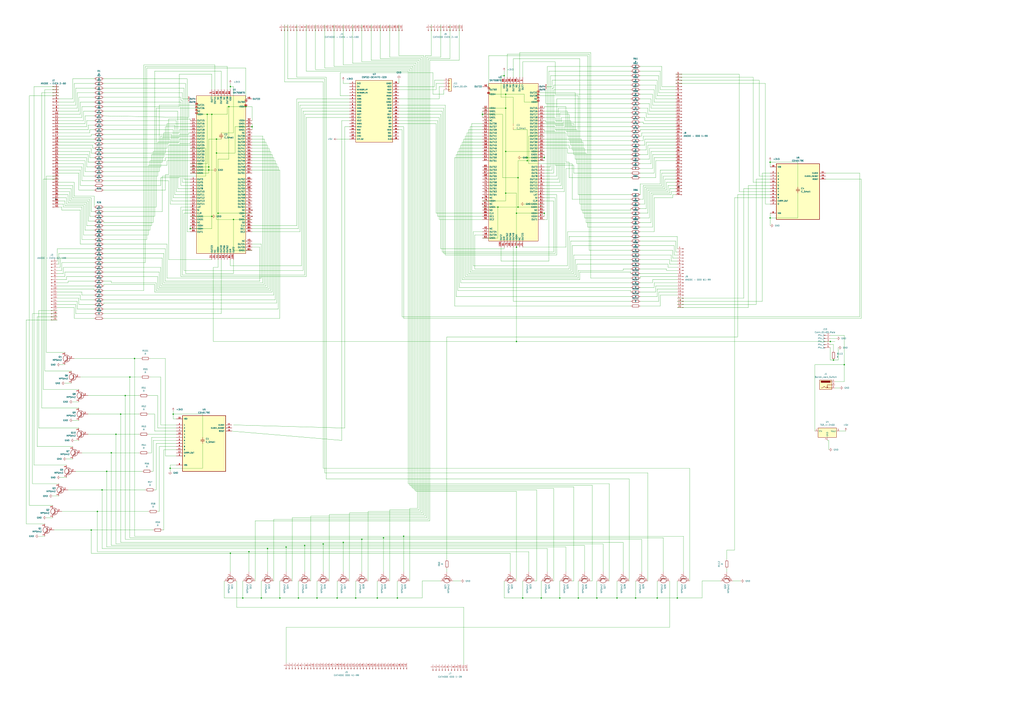
<source format=kicad_sch>
(kicad_sch (version 20211123) (generator eeschema)
  (paper "A1")
  (junction (at 87.63 387.35))
  (junction (at 265.43 447.04))
  (junction (at 170.18 93.98))
  (junction (at 459.74 491.49))
  (junction (at 204.47 453.39))
  (junction (at 187.96 87.63))
  (junction (at 177.8 125.73))
  (junction (at 424.18 203.2))
  (junction (at 199.39 491.49))
  (junction (at 171.45 137.16))
  (junction (at 214.63 491.49))
  (junction (at 201.93 87.63))
  (junction (at 415.29 158.75))
  (junction (at 281.94 445.77))
  (junction (at 173.99 93.98))
  (junction (at 189.23 454.66))
  (junction (at 433.07 132.08))
  (junction (at 74.93 435.61))
  (junction (at 99.06 340.36))
  (junction (at 415.29 124.46))
  (junction (at 447.04 129.54))
  (junction (at 326.39 491.49))
  (junction (at 234.95 449.58))
  (junction (at 556.26 491.49))
  (junction (at 207.01 104.14))
  (junction (at 693.42 299.72))
  (junction (at 142.24 340.36))
  (junction (at 684.53 295.91))
  (junction (at 91.44 372.11))
  (junction (at 292.1 491.49))
  (junction (at 447.04 175.26))
  (junction (at 444.5 491.49))
  (junction (at 331.47 440.69))
  (junction (at 110.49 294.64))
  (junction (at 424.18 280.67))
  (junction (at 173.99 177.8))
  (junction (at 415.29 88.9))
  (junction (at 106.68 309.88))
  (junction (at 309.88 491.49))
  (junction (at 474.98 491.49))
  (junction (at 191.77 180.34))
  (junction (at 80.01 420.37))
  (junction (at 297.18 443.23))
  (junction (at 229.87 491.49))
  (junction (at 179.07 175.26))
  (junction (at 429.26 491.49))
  (junction (at 408.94 170.18))
  (junction (at 490.22 491.49))
  (junction (at 632.46 179.07))
  (junction (at 506.73 491.49))
  (junction (at 433.07 129.54))
  (junction (at 245.11 491.49))
  (junction (at 632.46 133.35))
  (junction (at 219.71 450.85))
  (junction (at 177.8 114.3))
  (junction (at 314.96 441.96))
  (junction (at 250.19 448.31))
  (junction (at 83.82 402.59))
  (junction (at 414.02 62.23))
  (junction (at 396.24 93.98))
  (junction (at 139.7 384.81))
  (junction (at 189.23 71.12))
  (junction (at 539.75 491.49))
  (junction (at 95.25 356.87))
  (junction (at 521.97 491.49))
  (junction (at 102.87 325.12))
  (junction (at 276.86 491.49))
  (junction (at 425.45 170.18))
  (junction (at 156.21 187.96))
  (junction (at 425.45 146.05))
  (junction (at 681.99 280.67))
  (junction (at 260.35 491.49))
  (junction (at 424.18 175.26))
  (junction (at 171.45 139.7))
  (junction (at 415.29 77.47))
  (wire (pts (xy 50.8 215.9) (xy 77.47 215.9)))
  (wire (pts (xy 396.24 124.46) (xy 375.92 124.46)))
  (wire (pts (xy 532.13 388.62) (xy 532.13 477.52)))
  (wire (pts (xy 601.98 477.52) (xy 608.33 477.52)))
  (wire (pts (xy 189.23 213.36) (xy 189.23 218.44)))
  (wire (pts (xy 46.99 227.33) (xy 53.34 227.33)))
  (wire (pts (xy 706.12 260.35) (xy 706.12 142.24)))
  (wire (pts (xy 361.95 93.98) (xy 361.95 204.47)))
  (wire (pts (xy 481.33 125.73) (xy 481.33 182.88)))
  (wire (pts (xy 447.04 91.44) (xy 466.09 91.44)))
  (wire (pts (xy 156.21 101.6) (xy 137.16 101.6)))
  (wire (pts (xy 473.71 217.17) (xy 518.16 217.17)))
  (wire (pts (xy 471.17 209.55) (xy 518.16 209.55)))
  (wire (pts (xy 551.18 209.55) (xy 525.78 209.55)))
  (wire (pts (xy 144.78 354.33) (xy 127 354.33)))
  (wire (pts (xy 464.82 109.22) (xy 464.82 133.35)))
  (wire (pts (xy 129.54 116.84) (xy 129.54 144.78)))
  (wire (pts (xy 455.93 135.89) (xy 471.17 135.89)))
  (wire (pts (xy 596.9 452.12) (xy 596.9 459.74)))
  (wire (pts (xy 527.05 109.22) (xy 527.05 111.76)))
  (wire (pts (xy 224.79 426.72) (xy 224.79 477.52)))
  (wire (pts (xy 529.59 96.52) (xy 525.78 96.52)))
  (wire (pts (xy 447.04 107.95) (xy 455.93 107.95)))
  (wire (pts (xy 224.79 242.57) (xy 85.09 242.57)))
  (wire (pts (xy 314.96 441.96) (xy 314.96 469.9)))
  (wire (pts (xy 48.26 109.22) (xy 73.66 109.22)))
  (wire (pts (xy 71.12 99.06) (xy 77.47 99.06)))
  (wire (pts (xy 46.99 245.11) (xy 64.77 245.11)))
  (wire (pts (xy 148.59 170.18) (xy 148.59 227.33)))
  (wire (pts (xy 102.87 443.23) (xy 102.87 325.12)))
  (wire (pts (xy 396.24 88.9) (xy 415.29 88.9)))
  (wire (pts (xy 265.43 67.31) (xy 233.68 67.31)))
  (wire (pts (xy 234.95 449.58) (xy 234.95 469.9)))
  (wire (pts (xy 201.93 55.88) (xy 120.65 55.88)))
  (wire (pts (xy 240.03 425.45) (xy 240.03 477.52)))
  (wire (pts (xy 373.38 251.46) (xy 518.16 251.46)))
  (wire (pts (xy 270.51 422.91) (xy 270.51 477.52)))
  (wire (pts (xy 146.05 91.44) (xy 85.09 91.44)))
  (wire (pts (xy 528.32 101.6) (xy 528.32 100.33)))
  (wire (pts (xy 166.37 340.36) (xy 142.24 340.36)))
  (wire (pts (xy 130.81 367.03) (xy 130.81 420.37)))
  (wire (pts (xy 337.82 400.05) (xy 471.17 400.05)))
  (wire (pts (xy 67.31 137.16) (xy 67.31 148.59)))
  (wire (pts (xy 85.09 181.61) (xy 85.09 182.88)))
  (wire (pts (xy 138.43 148.59) (xy 85.09 148.59)))
  (wire (pts (xy 142.24 344.17) (xy 144.78 344.17)))
  (wire (pts (xy 68.58 193.04) (xy 77.47 193.04)))
  (wire (pts (xy 71.12 129.54) (xy 71.12 137.16)))
  (wire (pts (xy 243.84 20.32) (xy 243.84 63.5)))
  (wire (pts (xy 454.66 73.66) (xy 518.16 73.66)))
  (wire (pts (xy 207.01 200.66) (xy 214.63 200.66)))
  (wire (pts (xy 455.93 208.28) (xy 364.49 208.28)))
  (wire (pts (xy 48.26 106.68) (xy 72.39 106.68)))
  (wire (pts (xy 396.24 121.92) (xy 377.19 121.92)))
  (wire (pts (xy 139.7 382.27) (xy 144.78 382.27)))
  (wire (pts (xy 179.07 212.09) (xy 179.07 175.26)))
  (wire (pts (xy 135.89 132.08) (xy 123.19 132.08)))
  (wire (pts (xy 429.26 50.8) (xy 455.93 50.8)))
  (wire (pts (xy 554.99 104.14) (xy 525.78 104.14)))
  (wire (pts (xy 218.44 116.84) (xy 218.44 234.95)))
  (wire (pts (xy 137.16 101.6) (xy 137.16 121.92)))
  (wire (pts (xy 53.34 227.33) (xy 53.34 223.52)))
  (wire (pts (xy 116.84 387.35) (xy 87.63 387.35)))
  (wire (pts (xy 46.99 247.65) (xy 63.5 247.65)))
  (wire (pts (xy 554.99 198.12) (xy 525.78 198.12)))
  (wire (pts (xy 127 177.8) (xy 85.09 177.8)))
  (wire (pts (xy 556.26 245.11) (xy 610.87 245.11)))
  (wire (pts (xy 453.39 71.12) (xy 453.39 66.04)))
  (wire (pts (xy 336.55 57.15) (xy 336.55 398.78)))
  (wire (pts (xy 693.42 299.72) (xy 693.42 275.59)))
  (wire (pts (xy 181.61 109.22) (xy 191.77 109.22)))
  (wire (pts (xy 529.59 167.64) (xy 525.78 167.64)))
  (wire (pts (xy 384.81 106.68) (xy 384.81 224.79)))
  (wire (pts (xy 365.76 86.36) (xy 327.66 86.36)))
  (wire (pts (xy 341.63 52.07) (xy 341.63 403.86)))
  (wire (pts (xy 60.96 161.29) (xy 77.47 161.29)))
  (wire (pts (xy 52.07 224.79) (xy 52.07 219.71)))
  (wire (pts (xy 414.02 62.23) (xy 414.02 63.5)))
  (wire (pts (xy 469.9 223.52) (xy 469.9 201.93)))
  (wire (pts (xy 331.47 440.69) (xy 561.34 440.69)))
  (wire (pts (xy 77.47 161.29) (xy 77.47 170.18)))
  (wire (pts (xy 603.25 162.56) (xy 603.25 452.12)))
  (wire (pts (xy 535.94 186.69) (xy 525.78 186.69)))
  (wire (pts (xy 554.99 160.02) (xy 552.45 160.02)))
  (wire (pts (xy 48.26 144.78) (xy 38.1 144.78)))
  (wire (pts (xy 95.25 356.87) (xy 72.39 356.87)))
  (wire (pts (xy 177.8 180.34) (xy 177.8 125.73)))
  (wire (pts (xy 124.46 372.11) (xy 121.92 372.11)))
  (wire (pts (xy 130.81 420.37) (xy 129.54 420.37)))
  (wire (pts (xy 54.61 382.27) (xy 27.94 382.27)))
  (wire (pts (xy 68.58 144.78) (xy 77.47 144.78)))
  (wire (pts (xy 483.87 44.45) (xy 483.87 205.74)))
  (wire (pts (xy 401.32 45.72) (xy 482.6 45.72)))
  (wire (pts (xy 173.99 60.96) (xy 147.32 60.96)))
  (wire (pts (xy 189.23 454.66) (xy 189.23 469.9)))
  (wire (pts (xy 433.07 129.54) (xy 433.07 132.08)))
  (wire (pts (xy 207.01 124.46) (xy 222.25 124.46)))
  (wire (pts (xy 396.24 193.04) (xy 389.89 193.04)))
  (wire (pts (xy 129.54 144.78) (xy 85.09 144.78)))
  (wire (pts (xy 415.29 124.46) (xy 447.04 124.46)))
  (wire (pts (xy 461.01 96.52) (xy 518.16 96.52)))
  (wire (pts (xy 251.46 20.32) (xy 251.46 58.42)))
  (wire (pts (xy 480.06 121.92) (xy 480.06 179.07)))
  (wire (pts (xy 331.47 104.14) (xy 331.47 261.62)))
  (wire (pts (xy 144.78 374.65) (xy 135.89 374.65)))
  (wire (pts (xy 91.44 448.31) (xy 91.44 372.11)))
  (wire (pts (xy 27.94 382.27) (xy 27.94 71.12)))
  (wire (pts (xy 118.11 53.34) (xy 118.11 238.76)))
  (wire (pts (xy 464.82 203.2) (xy 464.82 138.43)))
  (wire (pts (xy 154.94 96.52) (xy 85.09 95.25)))
  (wire (pts (xy 556.26 240.03) (xy 541.02 240.03)))
  (wire (pts (xy 64.77 142.24) (xy 64.77 156.21)))
  (wire (pts (xy 685.8 318.77) (xy 689.61 318.77)))
  (wire (pts (xy 684.53 283.21) (xy 681.99 283.21)))
  (wire (pts (xy 396.24 104.14) (xy 386.08 104.14)))
  (wire (pts (xy 541.02 76.2) (xy 541.02 62.23)))
  (wire (pts (xy 121.92 193.04) (xy 85.09 193.04)))
  (wire (pts (xy 127 58.42) (xy 127 177.8)))
  (wire (pts (xy 138.43 213.36) (xy 138.43 148.59)))
  (wire (pts (xy 156.21 139.7) (xy 171.45 139.7)))
  (wire (pts (xy 387.35 101.6) (xy 387.35 222.25)))
  (wire (pts (xy 535.94 160.02) (xy 535.94 186.69)))
  (wire (pts (xy 121.92 420.37) (xy 80.01 420.37)))
  (wire (pts (xy 530.86 154.94) (xy 530.86 171.45)))
  (wire (pts (xy 140.97 110.49) (xy 85.09 110.49)))
  (wire (pts (xy 554.99 144.78) (xy 544.83 144.78)))
  (wire (pts (xy 143.51 102.87) (xy 85.09 102.87)))
  (wire (pts (xy 120.65 55.88) (xy 120.65 196.85)))
  (wire (pts (xy 361.95 93.98) (xy 327.66 93.98)))
  (wire (pts (xy 46.99 214.63) (xy 46.99 204.47)))
  (wire (pts (xy 181.61 58.42) (xy 127 58.42)))
  (wire (pts (xy 330.2 106.68) (xy 327.66 106.68)))
  (wire (pts (xy 147.32 106.68) (xy 147.32 109.22)))
  (wire (pts (xy 251.46 96.52) (xy 251.46 227.33)))
  (wire (pts (xy 147.32 110.49) (xy 147.32 113.03)))
  (wire (pts (xy 168.91 121.92) (xy 168.91 144.78)))
  (wire (pts (xy 287.02 421.64) (xy 287.02 477.52)))
  (wire (pts (xy 469.9 201.93) (xy 518.16 201.93)))
  (wire (pts (xy 287.02 68.58) (xy 281.94 68.58)))
  (wire (pts (xy 434.34 111.76) (xy 434.34 134.62)))
  (wire (pts (xy 48.26 116.84) (xy 77.47 116.84)))
  (wire (pts (xy 156.21 152.4) (xy 148.59 152.4)))
  (wire (pts (xy 554.99 157.48) (xy 551.18 157.48)))
  (wire (pts (xy 144.78 364.49) (xy 128.27 364.49)))
  (wire (pts (xy 554.99 119.38) (xy 532.13 119.38)))
  (wire (pts (xy 414.02 477.52) (xy 414.02 491.49)))
  (wire (pts (xy 54.61 162.56) (xy 54.61 167.64)))
  (wire (pts (xy 542.29 151.13) (xy 525.78 151.13)))
  (wire (pts (xy 72.39 165.1) (xy 72.39 181.61)))
  (wire (pts (xy 156.21 190.5) (xy 153.67 190.5)))
  (wire (pts (xy 132.08 309.88) (xy 123.19 309.88)))
  (wire (pts (xy 453.39 72.39) (xy 454.66 72.39)))
  (wire (pts (xy 77.47 237.49) (xy 77.47 238.76)))
  (wire (pts (xy 48.26 91.44) (xy 64.77 91.44)))
  (wire (pts (xy 448.31 71.12) (xy 453.39 71.12)))
  (wire (pts (xy 72.39 127) (xy 72.39 133.35)))
  (wire (pts (xy 396.24 180.34) (xy 360.68 180.34)))
  (wire (pts (xy 281.94 445.77) (xy 511.81 445.77)))
  (wire (pts (xy 623.57 66.04) (xy 623.57 144.78)))
  (wire (pts (xy 535.94 86.36) (xy 535.94 77.47)))
  (wire (pts (xy 693.42 275.59) (xy 681.99 275.59)))
  (wire (pts (xy 375.92 124.46) (xy 375.92 238.76)))
  (wire (pts (xy 539.75 243.84) (xy 525.78 243.84)))
  (wire (pts (xy 52.07 170.18) (xy 67.31 170.18)))
  (wire (pts (xy 248.92 91.44) (xy 248.92 222.25)))
  (wire (pts (xy 129.54 325.12) (xy 121.92 325.12)))
  (wire (pts (xy 48.26 114.3) (xy 77.47 114.3)))
  (wire (pts (xy 556.26 194.31) (xy 525.78 194.31)))
  (wire (pts (xy 537.21 73.66) (xy 525.78 73.66)))
  (wire (pts (xy 245.11 83.82) (xy 245.11 187.96)))
  (wire (pts (xy 556.26 224.79) (xy 525.78 224.79)))
  (wire (pts (xy 381 114.3) (xy 381 228.6)))
  (wire (pts (xy 246.38 86.36) (xy 246.38 190.5)))
  (wire (pts (xy 146.05 154.94) (xy 146.05 91.44)))
  (wire (pts (xy 171.45 137.16) (xy 171.45 139.7)))
  (wire (pts (xy 534.67 182.88) (xy 525.78 182.88)))
  (wire (pts (xy 386.08 223.52) (xy 469.9 223.52)))
  (wire (pts (xy 542.29 73.66) (xy 542.29 58.42)))
  (wire (pts (xy 693.42 313.69) (xy 693.42 299.72)))
  (wire (pts (xy 455.93 100.33) (xy 455.93 102.87)))
  (wire (pts (xy 454.66 142.24) (xy 454.66 73.66)))
  (wire (pts (xy 605.79 276.86) (xy 367.03 276.86)))
  (wire (pts (xy 66.04 200.66) (xy 77.47 200.66)))
  (wire (pts (xy 466.09 111.76) (xy 518.16 111.76)))
  (wire (pts (xy 485.14 43.18) (xy 485.14 228.6)))
  (wire (pts (xy 429.26 63.5) (xy 429.26 50.8)))
  (wire (pts (xy 128.27 238.76) (xy 128.27 232.41)))
  (wire (pts (xy 50.8 170.18) (xy 50.8 172.72)))
  (wire (pts (xy 447.04 111.76) (xy 434.34 111.76)))
  (wire (pts (xy 46.99 250.19) (xy 62.23 250.19)))
  (wire (pts (xy 281.94 20.32) (xy 281.94 53.34)))
  (wire (pts (xy 457.2 160.02) (xy 457.2 209.55)))
  (wire (pts (xy 250.19 93.98) (xy 287.02 93.98)))
  (wire (pts (xy 353.06 49.53) (xy 353.06 427.99)))
  (wire (pts (xy 279.4 78.74) (xy 279.4 59.69)))
  (wire (pts (xy 472.44 213.36) (xy 518.16 213.36)))
  (wire (pts (xy 464.82 449.58) (xy 464.82 469.9)))
  (wire (pts (xy 416.56 44.45) (xy 483.87 44.45)))
  (wire (pts (xy 48.26 137.16) (xy 67.31 137.16)))
  (wire (pts (xy 43.18 415.29) (xy 24.13 415.29)))
  (wire (pts (xy 144.78 361.95) (xy 125.73 361.95)))
  (wire (pts (xy 554.99 109.22) (xy 527.05 109.22)))
  (wire (pts (xy 48.26 134.62) (xy 68.58 134.62)))
  (wire (pts (xy 467.36 220.98) (xy 467.36 194.31)))
  (wire (pts (xy 554.99 73.66) (xy 542.29 73.66)))
  (wire (pts (xy 466.09 91.44) (xy 466.09 111.76)))
  (wire (pts (xy 396.24 177.8) (xy 359.41 177.8)))
  (wire (pts (xy 457.2 144.78) (xy 457.2 81.28)))
  (wire (pts (xy 349.25 45.72) (xy 349.25 424.18)))
  (wire (pts (xy 66.04 139.7) (xy 66.04 152.4)))
  (wire (pts (xy 414.02 204.47) (xy 414.02 203.2)))
  (wire (pts (xy 447.04 116.84) (xy 478.79 116.84)))
  (wire (pts (xy 35.56 320.04) (xy 35.56 147.32)))
  (wire (pts (xy 36.83 73.66) (xy 48.26 73.66)))
  (wire (pts (xy 389.89 220.98) (xy 467.36 220.98)))
  (wire (pts (xy 214.63 477.52) (xy 214.63 491.49)))
  (wire (pts (xy 521.97 491.49) (xy 539.75 491.49)))
  (wire (pts (xy 547.37 149.86) (xy 547.37 156.21)))
  (wire (pts (xy 48.26 157.48) (xy 57.15 157.48)))
  (wire (pts (xy 170.18 134.62) (xy 170.18 93.98)))
  (wire (pts (xy 354.33 20.32) (xy 354.33 45.72)))
  (wire (pts (xy 381 499.11) (xy 194.31 499.11)))
  (wire (pts (xy 448.31 100.33) (xy 455.93 100.33)))
  (wire (pts (xy 186.69 54.61) (xy 119.38 54.61)))
  (wire (pts (xy 350.52 46.99) (xy 350.52 425.45)))
  (wire (pts (xy 351.79 426.72) (xy 224.79 426.72)))
  (wire (pts (xy 669.29 354.33) (xy 669.29 299.72)))
  (wire (pts (xy 467.36 146.05) (xy 518.16 146.05)))
  (wire (pts (xy 537.21 83.82) (xy 537.21 73.66)))
  (wire (pts (xy 331.47 440.69) (xy 110.49 440.69)))
  (wire (pts (xy 156.21 175.26) (xy 151.13 175.26)))
  (wire (pts (xy 447.04 114.3) (xy 477.52 114.3)))
  (wire (pts (xy 386.08 104.14) (xy 386.08 223.52)))
  (wire (pts (xy 554.99 63.5) (xy 618.49 63.5)))
  (wire (pts (xy 48.26 149.86) (xy 60.96 149.86)))
  (wire (pts (xy 68.58 168.91) (xy 68.58 193.04)))
  (wire (pts (xy 76.2 119.38) (xy 76.2 121.92)))
  (wire (pts (xy 85.09 87.63) (xy 147.32 87.63)))
  (wire (pts (xy 266.7 20.32) (xy 266.7 55.88)))
  (wire (pts (xy 207.01 99.06) (xy 207.01 87.63)))
  (wire (pts (xy 156.21 185.42) (xy 156.21 187.96)))
  (wire (pts (xy 335.28 58.42) (xy 335.28 397.51)))
  (wire (pts (xy 259.08 20.32) (xy 259.08 57.15)))
  (wire (pts (xy 535.94 127) (xy 535.94 138.43)))
  (wire (pts (xy 292.1 491.49) (xy 309.88 491.49)))
  (wire (pts (xy 549.91 213.36) (xy 525.78 213.36)))
  (wire (pts (xy 106.68 441.96) (xy 106.68 309.88)))
  (wire (pts (xy 50.8 222.25) (xy 50.8 215.9)))
  (wire (pts (xy 154.94 110.49) (xy 147.32 110.49)))
  (wire (pts (xy 430.53 83.82) (xy 441.96 83.82)))
  (wire (pts (xy 482.6 45.72) (xy 482.6 186.69)))
  (wire (pts (xy 447.04 101.6) (xy 471.17 101.6)))
  (wire (pts (xy 464.82 107.95) (xy 518.16 107.95)))
  (wire (pts (xy 347.98 45.72) (xy 347.98 422.91)))
  (wire (pts (xy 455.93 162.56) (xy 455.93 208.28)))
  (wire (pts (xy 156.21 132.08) (xy 137.16 132.08)))
  (wire (pts (xy 632.46 133.35) (xy 632.46 137.16)))
  (wire (pts (xy 124.46 359.41) (xy 124.46 372.11)))
  (wire (pts (xy 356.87 66.04) (xy 364.49 66.04)))
  (wire (pts (xy 412.75 146.05) (xy 425.45 146.05)))
  (wire (pts (xy 447.04 154.94) (xy 462.28 154.94)))
  (wire (pts (xy 566.42 384.81) (xy 265.43 384.81)))
  (wire (pts (xy 349.25 424.18) (xy 255.27 424.18)))
  (wire (pts (xy 186.69 73.66) (xy 186.69 54.61)))
  (wire (pts (xy 463.55 104.14) (xy 518.16 104.14)))
  (wire (pts (xy 556.26 227.33) (xy 525.78 227.33)))
  (wire (pts (xy 533.4 85.09) (xy 525.78 85.09)))
  (wire (pts (xy 184.15 491.49) (xy 199.39 491.49)))
  (wire (pts (xy 463.55 157.48) (xy 463.55 104.14)))
  (wire (pts (xy 156.21 170.18) (xy 148.59 170.18)))
  (wire (pts (xy 127 354.33) (xy 127 340.36)))
  (wire (pts (xy 361.95 204.47) (xy 414.02 204.47)))
  (wire (pts (xy 607.06 60.96) (xy 607.06 157.48)))
  (wire (pts (xy 114.3 325.12) (xy 102.87 325.12)))
  (wire (pts (xy 54.61 377.19) (xy 59.69 377.19)))
  (wire (pts (xy 552.45 205.74) (xy 525.78 205.74)))
  (wire (pts (xy 320.04 20.32) (xy 320.04 46.99)))
  (wire (pts (xy 60.96 261.62) (xy 77.47 261.62)))
  (wire (pts (xy 137.16 135.89) (xy 121.92 135.89)))
  (wire (pts (xy 49.53 212.09) (xy 77.47 212.09)))
  (wire (pts (xy 421.64 101.6) (xy 421.64 80.01)))
  (wire (pts (xy 382.27 227.33) (xy 473.71 227.33)))
  (wire (pts (xy 191.77 109.22) (xy 191.77 71.12)))
  (wire (pts (xy 38.1 289.56) (xy 53.34 289.56)))
  (wire (pts (xy 626.11 142.24) (xy 632.46 142.24)))
  (wire (pts (xy 181.61 257.81) (xy 85.09 257.81)))
  (wire (pts (xy 330.2 260.35) (xy 706.12 260.35)))
  (wire (pts (xy 207.01 114.3) (xy 217.17 114.3)))
  (wire (pts (xy 46.99 217.17) (xy 48.26 217.17)))
  (wire (pts (xy 469.9 102.87) (xy 469.9 123.19)))
  (wire (pts (xy 447.04 137.16) (xy 452.12 137.16)))
  (wire (pts (xy 156.21 160.02) (xy 143.51 160.02)))
  (wire (pts (xy 554.99 139.7) (xy 542.29 139.7)))
  (wire (pts (xy 551.18 160.02) (xy 535.94 160.02)))
  (wire (pts (xy 447.04 132.08) (xy 433.07 132.08)))
  (wire (pts (xy 367.03 467.36) (xy 367.03 469.9)))
  (wire (pts (xy 684.53 288.29) (xy 684.53 283.21)))
  (wire (pts (xy 144.78 369.57) (xy 134.62 369.57)))
  (wire (pts (xy 312.42 20.32) (xy 312.42 48.26)))
  (wire (pts (xy 60.96 68.58) (xy 77.47 68.58)))
  (wire (pts (xy 189.23 218.44) (xy 247.65 218.44)))
  (wire (pts (xy 110.49 440.69) (xy 110.49 294.64)))
  (wire (pts (xy 54.61 229.87) (xy 54.61 227.33)))
  (wire (pts (xy 467.36 194.31) (xy 518.16 194.31)))
  (wire (pts (xy 346.71 46.99) (xy 346.71 421.64)))
  (wire (pts (xy 74.93 125.73) (xy 77.47 125.73)))
  (wire (pts (xy 251.46 96.52) (xy 287.02 96.52)))
  (wire (pts (xy 73.66 124.46) (xy 73.66 129.54)))
  (wire (pts (xy 26.67 257.81) (xy 46.99 257.81)))
  (wire (pts (xy 669.29 299.72) (xy 693.42 299.72)))
  (wire (pts (xy 128.27 170.18) (xy 85.09 170.18)))
  (wire (pts (xy 280.67 99.06) (xy 287.02 99.06)))
  (wire (pts (xy 154.94 109.22) (xy 154.94 110.49)))
  (wire (pts (xy 87.63 449.58) (xy 87.63 387.35)))
  (wire (pts (xy 48.26 132.08) (xy 69.85 132.08)))
  (wire (pts (xy 281.94 68.58) (xy 281.94 66.04)))
  (wire (pts (xy 283.21 104.14) (xy 283.21 351.79)))
  (wire (pts (xy 476.25 48.26) (xy 476.25 167.64)))
  (wire (pts (xy 434.34 453.39) (xy 434.34 469.9)))
  (wire (pts (xy 603.25 452.12) (xy 596.9 452.12)))
  (wire (pts (xy 471.17 135.89) (xy 471.17 142.24)))
  (wire (pts (xy 706.12 142.24) (xy 678.18 142.24)))
  (wire (pts (xy 156.21 119.38) (xy 138.43 119.38)))
  (wire (pts (xy 396.24 116.84) (xy 379.73 116.84)))
  (wire (pts (xy 481.33 182.88) (xy 518.16 182.88)))
  (wire (pts (xy 138.43 118.11) (xy 85.09 118.11)))
  (wire (pts (xy 137.16 121.92) (xy 85.09 121.92)))
  (wire (pts (xy 377.19 121.92) (xy 377.19 236.22)))
  (wire (pts (xy 553.72 209.55) (xy 553.72 201.93)))
  (wire (pts (xy 528.32 115.57) (xy 525.78 115.57)))
  (wire (pts (xy 283.21 104.14) (xy 287.02 104.14)))
  (wire (pts (xy 424.18 403.86) (xy 424.18 477.52)))
  (wire (pts (xy 556.26 209.55) (xy 553.72 209.55)))
  (wire (pts (xy 396.24 109.22) (xy 383.54 109.22)))
  (wire (pts (xy 177.8 114.3) (xy 171.45 114.3)))
  (wire (pts (xy 421.64 247.65) (xy 518.16 247.65)))
  (wire (pts (xy 274.32 54.61) (xy 339.09 54.61)))
  (wire (pts (xy 279.4 59.69) (xy 355.6 59.69)))
  (wire (pts (xy 556.26 242.57) (xy 542.29 242.57)))
  (wire (pts (xy 444.5 491.49) (xy 459.74 491.49)))
  (wire (pts (xy 55.88 166.37) (xy 71.12 166.37)))
  (wire (pts (xy 72.39 106.68) (xy 72.39 102.87)))
  (wire (pts (xy 149.86 172.72) (xy 149.86 226.06)))
  (wire (pts (xy 281.94 445.77) (xy 281.94 469.9)))
  (wire (pts (xy 533.4 179.07) (xy 525.78 179.07)))
  (wire (pts (xy 408.94 195.58) (xy 408.94 170.18)))
  (wire (pts (xy 201.93 81.28) (xy 201.93 55.88)))
  (wire (pts (xy 367.03 276.86) (xy 367.03 459.74)))
  (wire (pts (xy 471.17 477.52) (xy 469.9 477.52)))
  (wire (pts (xy 518.16 58.42) (xy 450.85 58.42)))
  (wire (pts (xy 421.64 63.5) (xy 421.64 48.26)))
  (wire (pts (xy 48.26 104.14) (xy 71.12 104.14)))
  (wire (pts (xy 378.46 119.38) (xy 378.46 232.41)))
  (wire (pts (xy 64.77 80.01) (xy 77.47 80.01)))
  (wire (pts (xy 191.77 224.79) (xy 152.4 224.79)))
  (wire (pts (xy 361.95 477.52) (xy 346.71 477.52)))
  (wire (pts (xy 347.98 422.91) (xy 270.51 422.91)))
  (wire (pts (xy 554.99 68.58) (xy 628.65 68.58)))
  (wire (pts (xy 538.48 81.28) (xy 538.48 69.85)))
  (wire (pts (xy 532.13 88.9) (xy 525.78 88.9)))
  (wire (pts (xy 149.86 226.06) (xy 250.19 226.06)))
  (wire (pts (xy 46.99 237.49) (xy 77.47 237.49)))
  (wire (pts (xy 433.07 132.08) (xy 425.45 132.08)))
  (wire (pts (xy 544.83 144.78) (xy 544.83 153.67)))
  (wire (pts (xy 314.96 441.96) (xy 544.83 441.96)))
  (wire (pts (xy 243.84 81.28) (xy 287.02 81.28)))
  (wire (pts (xy 161.29 88.9) (xy 128.27 88.9)))
  (wire (pts (xy 528.32 100.33) (xy 525.78 100.33)))
  (wire (pts (xy 429.26 203.2) (xy 464.82 203.2)))
  (wire (pts (xy 358.14 101.6) (xy 327.66 101.6)))
  (wire (pts (xy 36.83 304.8) (xy 36.83 73.66)))
  (wire (pts (xy 452.12 137.16) (xy 452.12 62.23)))
  (wire (pts (xy 554.99 152.4) (xy 548.64 152.4)))
  (wire (pts (xy 377.19 49.53) (xy 353.06 49.53)))
  (wire (pts (xy 538.48 132.08) (xy 538.48 146.05)))
  (wire (pts (xy 681.99 285.75) (xy 681.99 295.91)))
  (wire (pts (xy 250.19 93.98) (xy 250.19 226.06)))
  (wire (pts (xy 556.26 212.09) (xy 552.45 212.09)))
  (wire (pts (xy 379.73 229.87) (xy 476.25 229.87)))
  (wire (pts (xy 469.9 134.62) (xy 469.9 163.83)))
  (wire (pts (xy 49.53 392.43) (xy 54.61 392.43)))
  (wire (pts (xy 533.4 130.81) (xy 525.78 130.81)))
  (wire (pts (xy 213.36 231.14) (xy 135.89 231.14)))
  (wire (pts (xy 461.01 152.4) (xy 461.01 96.52)))
  (wire (pts (xy 535.94 77.47) (xy 525.78 77.47)))
  (wire (pts (xy 455.93 99.06) (xy 468.63 99.06)))
  (wire (pts (xy 506.73 477.52) (xy 506.73 491.49)))
  (wire (pts (xy 538.48 234.95) (xy 538.48 240.03)))
  (wire (pts (xy 421.64 80.01) (xy 411.48 80.01)))
  (wire (pts (xy 424.18 280.67) (xy 681.99 280.67)))
  (wire (pts (xy 331.47 440.69) (xy 331.47 469.9)))
  (wire (pts (xy 415.29 88.9) (xy 415.29 77.47)))
  (wire (pts (xy 476.25 223.52) (xy 518.16 223.52)))
  (wire (pts (xy 175.26 280.67) (xy 175.26 219.71)))
  (wire (pts (xy 534.67 124.46) (xy 534.67 134.62)))
  (wire (pts (xy 243.84 63.5) (xy 267.97 63.5)))
  (wire (pts (xy 472.44 76.2) (xy 472.44 130.81)))
  (wire (pts (xy 327.66 81.28) (xy 360.68 81.28)))
  (wire (pts (xy 204.47 453.39) (xy 80.01 453.39)))
  (wire (pts (xy 217.17 114.3) (xy 217.17 233.68)))
  (wire (pts (xy 414.02 491.49) (xy 429.26 491.49)))
  (wire (pts (xy 186.69 87.63) (xy 187.96 87.63)))
  (wire (pts (xy 547.37 156.21) (xy 532.13 156.21)))
  (wire (pts (xy 139.7 384.81) (xy 139.7 382.27)))
  (wire (pts (xy 490.22 491.49) (xy 506.73 491.49)))
  (wire (pts (xy 156.21 137.16) (xy 171.45 137.16)))
  (wire (pts (xy 151.13 222.25) (xy 248.92 222.25)))
  (wire (pts (xy 68.58 99.06) (xy 68.58 91.44)))
  (wire (pts (xy 561.34 440.69) (xy 561.34 469.9)))
  (wire (pts (xy 24.13 415.29) (xy 24.13 78.74)))
  (wire (pts (xy 552.45 162.56) (xy 537.21 162.56)))
  (wire (pts (xy 214.63 491.49) (xy 229.87 491.49)))
  (wire (pts (xy 143.51 160.02) (xy 143.51 102.87)))
  (wire (pts (xy 132.08 137.16) (xy 85.09 137.16)))
  (wire (pts (xy 535.94 232.41) (xy 525.78 232.41)))
  (wire (pts (xy 474.98 160.02) (xy 518.16 160.02)))
  (wire (pts (xy 339.09 54.61) (xy 339.09 401.32)))
  (wire (pts (xy 228.6 137.16) (xy 228.6 254)))
  (wire (pts (xy 156.21 121.92) (xy 168.91 121.92)))
  (wire (pts (xy 297.18 443.23) (xy 297.18 469.9)))
  (wire (pts (xy 473.71 106.68) (xy 473.71 134.62)))
  (wire (pts (xy 337.82 55.88) (xy 337.82 400.05)))
  (wire (pts (xy 396.24 119.38) (xy 378.46 119.38)))
  (wire (pts (xy 74.93 110.49) (xy 77.47 110.49)))
  (wire (pts (xy 64.77 335.28) (xy 34.29 335.28)))
  (wire (pts (xy 156.21 127) (xy 124.46 127)))
  (wire (pts (xy 64.77 156.21) (xy 77.47 156.21)))
  (wire (pts (xy 471.17 127) (xy 518.16 127)))
  (wire (pts (xy 247.65 88.9) (xy 287.02 88.9)))
  (wire (pts (xy 429.26 491.49) (xy 444.5 491.49)))
  (wire (pts (xy 223.52 127) (xy 223.52 240.03)))
  (wire (pts (xy 234.95 544.83) (xy 234.95 515.62)))
  (wire (pts (xy 626.11 247.65) (xy 626.11 142.24)))
  (wire (pts (xy 234.95 515.62) (xy 549.91 515.62)))
  (wire (pts (xy 173.99 213.36) (xy 138.43 213.36)))
  (wire (pts (xy 127 233.68) (xy 85.09 233.68)))
  (wire (pts (xy 181.61 114.3) (xy 177.8 114.3)))
  (wire (pts (xy 227.33 248.92) (xy 85.09 248.92)))
  (wire (pts (xy 304.8 20.32) (xy 304.8 49.53)))
  (wire (pts (xy 187.96 87.63) (xy 201.93 87.63)))
  (wire (pts (xy 63.5 76.2) (xy 77.47 76.2)))
  (wire (pts (xy 175.26 280.67) (xy 424.18 280.67)))
  (wire (pts (xy 396.24 111.76) (xy 382.27 111.76)))
  (wire (pts (xy 381 228.6) (xy 474.98 228.6)))
  (wire (pts (xy 541.02 240.03) (xy 541.02 247.65)))
  (wire (pts (xy 360.68 96.52) (xy 327.66 96.52)))
  (wire (pts (xy 350.52 425.45) (xy 240.03 425.45)))
  (wire (pts (xy 215.9 232.41) (xy 134.62 232.41)))
  (wire (pts (xy 74.93 121.92) (xy 74.93 125.73)))
  (wire (pts (xy 681.99 278.13) (xy 687.07 278.13)))
  (wire (pts (xy 144.78 157.48) (xy 144.78 99.06)))
  (wire (pts (xy 124.46 185.42) (xy 85.09 185.42)))
  (wire (pts (xy 447.04 99.06) (xy 448.31 99.06)))
  (wire (pts (xy 46.99 232.41) (xy 55.88 232.41)))
  (wire (pts (xy 64.77 245.11) (xy 64.77 250.19)))
  (wire (pts (xy 364.49 88.9) (xy 364.49 208.28)))
  (wire (pts (xy 551.18 157.48) (xy 551.18 160.02)))
  (wire (pts (xy 614.68 252.73) (xy 614.68 152.4)))
  (wire (pts (xy 424.18 175.26) (xy 424.18 158.75)))
  (wire (pts (xy 476.25 229.87) (xy 476.25 223.52)))
  (wire (pts (xy 48.26 397.51) (xy 26.67 397.51)))
  (wire (pts (xy 360.68 81.28) (xy 360.68 71.12)))
  (wire (pts (xy 537.21 232.41) (xy 537.21 236.22)))
  (wire (pts (xy 133.35 113.03) (xy 133.35 133.35)))
  (wire (pts (xy 64.77 351.79) (xy 31.75 351.79)))
  (wire (pts (xy 128.27 364.49) (xy 128.27 402.59)))
  (wire (pts (xy 207.01 87.63) (xy 201.93 87.63)))
  (wire (pts (xy 207.01 180.34) (xy 191.77 180.34)))
  (wire (pts (xy 63.5 254) (xy 77.47 254)))
  (wire (pts (xy 549.91 154.94) (xy 549.91 158.75)))
  (wire (pts (xy 554.99 81.28) (xy 538.48 81.28)))
  (wire (pts (xy 207.01 116.84) (xy 218.44 116.84)))
  (wire (pts (xy 466.09 218.44) (xy 466.09 190.5)))
  (wire (pts (xy 60.96 149.86) (xy 60.96 161.29)))
  (wire (pts (xy 87.63 387.35) (xy 62.23 387.35)))
  (wire (pts (xy 147.32 60.96) (xy 147.32 87.63)))
  (wire (pts (xy 148.59 152.4) (xy 148.59 83.82)))
  (wire (pts (xy 199.39 477.52) (xy 199.39 491.49)))
  (wire (pts (xy 130.81 140.97) (xy 85.09 140.97)))
  (wire (pts (xy 556.26 237.49) (xy 539.75 237.49)))
  (wire (pts (xy 430.53 167.64) (xy 447.04 167.64)))
  (wire (pts (xy 449.58 180.34) (xy 449.58 54.61)))
  (wire (pts (xy 467.36 119.38) (xy 467.36 121.92)))
  (wire (pts (xy 424.18 203.2) (xy 424.18 280.67)))
  (wire (pts (xy 80.01 420.37) (xy 50.8 420.37)))
  (wire (pts (xy 102.87 325.12) (xy 72.39 325.12)))
  (wire (pts (xy 466.09 121.92) (xy 466.09 125.73)))
  (wire (pts (xy 554.99 91.44) (xy 533.4 91.44)))
  (wire (pts (xy 48.26 88.9) (xy 63.5 88.9)))
  (wire (pts (xy 543.56 54.61) (xy 525.78 54.61)))
  (wire (pts (xy 53.34 223.52) (xy 77.47 223.52)))
  (wire (pts (xy 414.02 58.42) (xy 414.02 62.23)))
  (wire (pts (xy 427.99 129.54) (xy 433.07 129.54)))
  (wire (pts (xy 408.94 170.18) (xy 425.45 170.18)))
  (wire (pts (xy 518.16 77.47) (xy 455.93 77.47)))
  (wire (pts (xy 462.28 100.33) (xy 518.16 100.33)))
  (wire (pts (xy 621.03 250.19) (xy 621.03 147.32)))
  (wire (pts (xy 53.34 165.1) (xy 53.34 168.91)))
  (wire (pts (xy 67.31 242.57) (xy 77.47 242.57)))
  (wire (pts (xy 345.44 48.26) (xy 345.44 420.37)))
  (wire (pts (xy 500.38 397.51) (xy 500.38 477.52)))
  (wire (pts (xy 156.21 118.11) (xy 147.32 118.11)))
  (wire (pts (xy 551.18 214.63) (xy 551.18 209.55)))
  (wire (pts (xy 388.62 218.44) (xy 466.09 218.44)))
  (wire (pts (xy 151.13 175.26) (xy 151.13 222.25)))
  (wire (pts (xy 539.75 477.52) (xy 539.75 491.49)))
  (wire (pts (xy 529.59 153.67) (xy 529.59 167.64)))
  (wire (pts (xy 139.7 114.3) (xy 85.09 114.3)))
  (wire (pts (xy 67.31 96.52) (xy 67.31 87.63)))
  (wire (pts (xy 556.26 229.87) (xy 535.94 229.87)))
  (wire (pts (xy 358.14 101.6) (xy 358.14 175.26)))
  (wire (pts (xy 447.04 96.52) (xy 455.93 96.52)))
  (wire (pts (xy 48.26 93.98) (xy 66.04 93.98)))
  (wire (pts (xy 207.01 187.96) (xy 245.11 187.96)))
  (wire (pts (xy 57.15 157.48) (xy 57.15 165.1)))
  (wire (pts (xy 134.62 369.57) (xy 134.62 435.61)))
  (wire (pts (xy 543.56 71.12) (xy 543.56 54.61)))
  (wire (pts (xy 30.48 260.35) (xy 46.99 260.35)))
  (wire (pts (xy 289.56 20.32) (xy 289.56 52.07)))
  (wire (pts (xy 360.68 71.12) (xy 364.49 71.12)))
  (wire (pts (xy 474.98 477.52) (xy 474.98 491.49)))
  (wire (pts (xy 534.67 158.75) (xy 534.67 182.88)))
  (wire (pts (xy 441.96 76.2) (xy 472.44 76.2)))
  (wire (pts (xy 156.21 147.32) (xy 151.13 147.32)))
  (wire (pts (xy 199.39 491.49) (xy 214.63 491.49)))
  (wire (pts (xy 59.69 345.44) (xy 64.77 345.44)))
  (wire (pts (xy 156.21 124.46) (xy 125.73 124.46)))
  (wire (pts (xy 55.88 231.14) (xy 77.47 231.14)))
  (wire (pts (xy 31.75 351.79) (xy 31.75 255.27)))
  (wire (pts (xy 457.2 209.55) (xy 365.76 209.55)))
  (wire (pts (xy 618.49 149.86) (xy 632.46 149.86)))
  (wire (pts (xy 74.93 435.61) (xy 44.45 435.61)))
  (wire (pts (xy 245.11 83.82) (xy 287.02 83.82)))
  (wire (pts (xy 48.26 142.24) (xy 64.77 142.24)))
  (wire (pts (xy 142.24 337.82) (xy 142.24 340.36)))
  (wire (pts (xy 447.04 127) (xy 447.04 129.54)))
  (wire (pts (xy 85.09 233.68) (xy 85.09 234.95)))
  (wire (pts (xy 125.73 124.46) (xy 125.73 182.88)))
  (wire (pts (xy 179.07 175.26) (xy 207.01 175.26)))
  (wire (pts (xy 54.61 227.33) (xy 77.47 227.33)))
  (wire (pts (xy 467.36 133.35) (xy 467.36 146.05)))
  (wire (pts (xy 478.79 175.26) (xy 518.16 175.26)))
  (wire (pts (xy 59.69 152.4) (xy 59.69 162.56)))
  (wire (pts (xy 320.04 419.1) (xy 320.04 477.52)))
  (wire (pts (xy 525.78 151.13) (xy 525.78 160.02)))
  (wire (pts (xy 229.87 491.49) (xy 245.11 491.49)))
  (wire (pts (xy 156.21 116.84) (xy 156.21 118.11)))
  (wire (pts (xy 73.66 163.83) (xy 73.66 177.8)))
  (wire (pts (xy 168.91 144.78) (xy 133.35 144.78)))
  (wire (pts (xy 207.01 139.7) (xy 229.87 139.7)))
  (wire (pts (xy 207.01 104.14) (xy 193.04 104.14)))
  (wire (pts (xy 554.99 78.74) (xy 539.75 78.74)))
  (wire (pts (xy 121.92 135.89) (xy 121.92 193.04)))
  (wire (pts (xy 74.93 162.56) (xy 74.93 173.99)))
  (wire (pts (xy 133.35 133.35) (xy 85.09 133.35)))
  (wire (pts (xy 327.66 73.66) (xy 358.14 73.66)))
  (wire (pts (xy 434.34 134.62) (xy 469.9 134.62)))
  (wire (pts (xy 546.1 147.32) (xy 546.1 154.94)))
  (wire (pts (xy 556.26 491.49) (xy 556.26 477.52)))
  (wire (pts (xy 177.8 125.73) (xy 177.8 114.3)))
  (wire (pts (xy 353.06 427.99) (xy 209.55 427.99)))
  (wire (pts (xy 544.83 441.96) (xy 544.83 469.9)))
  (wire (pts (xy 358.14 73.66) (xy 358.14 68.58)))
  (wire (pts (xy 207.01 203.2) (xy 213.36 203.2)))
  (wire (pts (xy 59.69 162.56) (xy 74.93 162.56)))
  (wire (pts (xy 21.59 262.89) (xy 46.99 262.89)))
  (wire (pts (xy 138.43 143.51) (xy 135.89 143.51)))
  (wire (pts (xy 228.6 254) (xy 85.09 254)))
  (wire (pts (xy 537.21 236.22) (xy 525.78 236.22)))
  (wire (pts (xy 354.33 45.72) (xy 349.25 45.72)))
  (wire (pts (xy 556.26 252.73) (xy 614.68 252.73)))
  (wire (pts (xy 450.85 214.63) (xy 450.85 58.42)))
  (wire (pts (xy 147.32 109.22) (xy 134.62 109.22)))
  (wire (pts (xy 125.73 435.61) (xy 74.93 435.61)))
  (wire (pts (xy 149.86 81.28) (xy 154.94 81.28)))
  (wire (pts (xy 297.18 443.23) (xy 102.87 443.23)))
  (wire (pts (xy 58.42 163.83) (xy 73.66 163.83)))
  (wire (pts (xy 170.18 93.98) (xy 173.99 93.98)))
  (wire (pts (xy 554.99 149.86) (xy 547.37 149.86)))
  (wire (pts (xy 533.4 157.48) (xy 533.4 179.07)))
  (wire (pts (xy 132.08 219.71) (xy 85.09 219.71)))
  (wire (pts (xy 246.38 86.36) (xy 287.02 86.36)))
  (wire (pts (xy 358.14 68.58) (xy 364.49 68.58)))
  (wire (pts (xy 133.35 173.99) (xy 85.09 173.99)))
  (wire (pts (xy 267.97 63.5) (xy 267.97 393.7)))
  (wire (pts (xy 129.54 237.49) (xy 129.54 227.33)))
  (wire (pts (xy 149.86 81.28) (xy 149.86 76.2)))
  (wire (pts (xy 596.9 467.36) (xy 596.9 469.9)))
  (wire (pts (xy 383.54 226.06) (xy 472.44 226.06)))
  (wire (pts (xy 166.37 359.41) (xy 166.37 340.36)))
  (wire (pts (xy 425.45 132.08) (xy 425.45 146.05)))
  (wire (pts (xy 448.31 99.06) (xy 448.31 100.33)))
  (wire (pts (xy 222.25 124.46) (xy 222.25 238.76)))
  (wire (pts (xy 66.04 246.38) (xy 77.47 246.38)))
  (wire (pts (xy 207.01 111.76) (xy 215.9 111.76)))
  (wire (pts (xy 60.96 252.73) (xy 60.96 261.62)))
  (wire (pts (xy 474.98 222.25) (xy 511.81 222.25)))
  (wire (pts (xy 76.2 121.92) (xy 77.47 121.92)))
  (wire (pts (xy 516.89 393.7) (xy 516.89 477.52)))
  (wire (pts (xy 554.99 147.32) (xy 546.1 147.32)))
  (wire (pts (xy 129.54 351.79) (xy 129.54 325.12)))
  (wire (pts (xy 74.93 454.66) (xy 74.93 435.61)))
  (wire (pts (xy 27.94 71.12) (xy 48.26 71.12)))
  (wire (pts (xy 48.26 154.94) (xy 58.42 154.94)))
  (wire (pts (xy 142.24 106.68) (xy 85.09 106.68)))
  (wire (pts (xy 71.12 166.37) (xy 71.12 185.42)))
  (wire (pts (xy 176.53 73.66) (xy 176.53 53.34)))
  (wire (pts (xy 83.82 402.59) (xy 55.88 402.59)))
  (wire (pts (xy 534.67 134.62) (xy 525.78 134.62)))
  (wire (pts (xy 457.2 81.28) (xy 518.16 81.28)))
  (wire (pts (xy 118.11 238.76) (xy 85.09 238.76)))
  (wire (pts (xy 447.04 144.78) (xy 457.2 144.78)))
  (wire (pts (xy 128.27 232.41) (xy 91.44 232.41)))
  (wire (pts (xy 125.73 387.35) (xy 124.46 387.35)))
  (wire (pts (xy 330.2 106.68) (xy 330.2 260.35)))
  (wire (pts (xy 539.75 78.74) (xy 539.75 66.04)))
  (wire (pts (xy 215.9 111.76) (xy 215.9 232.41)))
  (wire (pts (xy 448.31 85.09) (xy 518.16 85.09)))
  (wire (pts (xy 542.29 251.46) (xy 525.78 251.46)))
  (wire (pts (xy 193.04 125.73) (xy 177.8 125.73)))
  (wire (pts (xy 171.45 114.3) (xy 171.45 137.16)))
  (wire (pts (xy 119.38 54.61) (xy 119.38 215.9)))
  (wire (pts (xy 153.67 190.5) (xy 153.67 64.77)))
  (wire (pts (xy 401.32 71.12) (xy 401.32 45.72)))
  (wire (pts (xy 532.13 119.38) (xy 532.13 127)))
  (wire (pts (xy 62.23 86.36) (xy 62.23 72.39)))
  (wire (pts (xy 447.04 160.02) (xy 457.2 160.02)))
  (wire (pts (xy 518.16 171.45) (xy 518.16 172.72)))
  (wire (pts (xy 236.22 20.32) (xy 236.22 64.77)))
  (wire (pts (xy 191.77 180.34) (xy 177.8 180.34)))
  (wire (pts (xy 447.04 142.24) (xy 454.66 142.24)))
  (wire (pts (xy 554.99 207.01) (xy 554.99 198.12)))
  (wire (pts (xy 46.99 224.79) (xy 52.07 224.79)))
  (wire (pts (xy 430.53 77.47) (xy 430.53 83.82)))
  (wire (pts (xy 314.96 441.96) (xy 106.68 441.96)))
  (wire (pts (xy 46.99 242.57) (xy 66.04 242.57)))
  (wire (pts (xy 607.06 157.48) (xy 632.46 157.48)))
  (wire (pts (xy 166.37 384.81) (xy 139.7 384.81)))
  (wire (pts (xy 396.24 127) (xy 374.65 127)))
  (wire (pts (xy 95.25 447.04) (xy 95.25 356.87)))
  (wire (pts (xy 48.26 129.54) (xy 71.12 129.54)))
  (wire (pts (xy 680.72 361.95) (xy 679.45 361.95)))
  (wire (pts (xy 49.53 299.72) (xy 53.34 299.72)))
  (wire (pts (xy 265.43 447.04) (xy 95.25 447.04)))
  (wire (pts (xy 447.04 149.86) (xy 459.74 149.86)))
  (wire (pts (xy 331.47 104.14) (xy 327.66 104.14)))
  (wire (pts (xy 66.04 152.4) (xy 77.47 152.4)))
  (wire (pts (xy 448.31 73.66) (xy 448.31 85.09)))
  (wire (pts (xy 48.26 152.4) (xy 59.69 152.4)))
  (wire (pts (xy 304.8 49.53) (xy 344.17 49.53)))
  (wire (pts (xy 121.92 356.87) (xy 144.78 356.87)))
  (wire (pts (xy 292.1 477.52) (xy 292.1 491.49)))
  (wire (pts (xy 556.26 232.41) (xy 537.21 232.41)))
  (wire (pts (xy 52.07 167.64) (xy 52.07 170.18)))
  (wire (pts (xy 447.04 162.56) (xy 455.93 162.56)))
  (wire (pts (xy 415.29 158.75) (xy 415.29 124.46)))
  (wire (pts (xy 359.41 99.06) (xy 327.66 99.06)))
  (wire (pts (xy 156.21 97.79) (xy 138.43 97.79)))
  (wire (pts (xy 24.13 78.74) (xy 48.26 78.74)))
  (wire (pts (xy 518.16 62.23) (xy 452.12 62.23)))
  (wire (pts (xy 80.01 453.39) (xy 80.01 420.37)))
  (wire (pts (xy 229.87 261.62) (xy 85.09 261.62)))
  (wire (pts (xy 173.99 177.8) (xy 173.99 93.98)))
  (wire (pts (xy 486.41 477.52) (xy 485.14 477.52)))
  (wire (pts (xy 265.43 447.04) (xy 265.43 469.9)))
  (wire (pts (xy 433.07 129.54) (xy 447.04 129.54)))
  (wire (pts (xy 459.74 92.71) (xy 518.16 92.71)))
  (wire (pts (xy 469.9 123.19) (xy 518.16 123.19)))
  (wire (pts (xy 530.86 123.19) (xy 525.78 123.19)))
  (wire (pts (xy 71.12 137.16) (xy 77.47 137.16)))
  (wire (pts (xy 478.79 116.84) (xy 478.79 175.26)))
  (wire (pts (xy 207.01 127) (xy 223.52 127)))
  (wire (pts (xy 48.26 124.46) (xy 73.66 124.46)))
  (wire (pts (xy 454.66 401.32) (xy 454.66 477.52)))
  (wire (pts (xy 396.24 101.6) (xy 387.35 101.6)))
  (wire (pts (xy 530.86 116.84) (xy 530.86 123.19)))
  (wire (pts (xy 156.21 157.48) (xy 144.78 157.48)))
  (wire (pts (xy 364.49 88.9) (xy 327.66 88.9)))
  (wire (pts (xy 528.32 163.83) (xy 525.78 163.83)))
  (wire (pts (xy 48.26 86.36) (xy 62.23 86.36)))
  (wire (pts (xy 58.42 304.8) (xy 36.83 304.8)))
  (wire (pts (xy 396.24 195.58) (xy 408.94 195.58)))
  (wire (pts (xy 401.32 77.47) (xy 415.29 77.47)))
  (wire (pts (xy 466.09 125.73) (xy 481.33 125.73)))
  (wire (pts (xy 396.24 129.54) (xy 373.38 129.54)))
  (wire (pts (xy 538.48 69.85) (xy 525.78 69.85)))
  (wire (pts (xy 179.07 219.71) (xy 179.07 213.36)))
  (wire (pts (xy 554.99 99.06) (xy 529.59 99.06)))
  (wire (pts (xy 219.71 450.85) (xy 449.58 450.85)))
  (wire (pts (xy 71.12 185.42) (xy 77.47 185.42)))
  (wire (pts (xy 396.24 93.98) (xy 412.75 93.98)))
  (wire (pts (xy 458.47 147.32) (xy 458.47 88.9)))
  (wire (pts (xy 326.39 491.49) (xy 326.39 477.52)))
  (wire (pts (xy 480.06 179.07) (xy 518.16 179.07)))
  (wire (pts (xy 248.92 91.44) (xy 287.02 91.44)))
  (wire (pts (xy 229.87 477.52) (xy 229.87 491.49)))
  (wire (pts (xy 554.99 127) (xy 535.94 127)))
  (wire (pts (xy 147.32 146.05) (xy 132.08 146.05)))
  (wire (pts (xy 455.93 50.8) (xy 455.93 77.47)))
  (wire (pts (xy 207.01 185.42) (xy 243.84 185.42)))
  (wire (pts (xy 30.48 367.03) (xy 30.48 260.35)))
  (wire (pts (xy 191.77 213.36) (xy 191.77 224.79)))
  (wire (pts (xy 554.99 66.04) (xy 623.57 66.04)))
  (wire (pts (xy 156.21 142.24) (xy 171.45 142.24)))
  (wire (pts (xy 426.72 43.18) (xy 485.14 43.18)))
  (wire (pts (xy 681.99 280.67) (xy 685.8 280.67)))
  (wire (pts (xy 69.85 101.6) (xy 69.85 95.25)))
  (wire (pts (xy 525.78 106.68) (xy 525.78 107.95)))
  (wire (pts (xy 361.95 46.99) (xy 350.52 46.99)))
  (wire (pts (xy 320.04 46.99) (xy 346.71 46.99)))
  (wire (pts (xy 77.47 116.84) (xy 77.47 118.11)))
  (wire (pts (xy 130.81 86.36) (xy 130.81 140.97)))
  (wire (pts (xy 549.91 217.17) (xy 549.91 213.36)))
  (wire (pts (xy 135.89 143.51) (xy 135.89 156.21)))
  (wire (pts (xy 543.56 142.24) (xy 543.56 152.4)))
  (wire (pts (xy 440.69 402.59) (xy 440.69 477.52)))
  (wire (pts (xy 276.86 114.3) (xy 287.02 114.3)))
  (wire (pts (xy 58.42 154.94) (xy 58.42 163.83)))
  (wire (pts (xy 539.75 66.04) (xy 525.78 66.04)))
  (wire (pts (xy 459.74 149.86) (xy 459.74 92.71)))
  (wire (pts (xy 447.04 121.92) (xy 466.09 121.92)))
  (wire (pts (xy 68.58 91.44) (xy 77.47 91.44)))
  (wire (pts (xy 554.99 86.36) (xy 535.94 86.36)))
  (wire (pts (xy 537.21 129.54) (xy 537.21 142.24)))
  (wire (pts (xy 539.75 491.49) (xy 556.26 491.49)))
  (wire (pts (xy 474.98 78.74) (xy 474.98 160.02)))
  (wire (pts (xy 476.25 167.64) (xy 518.16 167.64)))
  (wire (pts (xy 73.66 106.68) (xy 77.47 106.68)))
  (wire (pts (xy 127 340.36) (xy 121.92 340.36)))
  (wire (pts (xy 73.66 177.8) (xy 77.47 177.8)))
  (wire (pts (xy 447.04 87.63) (xy 464.82 87.63)))
  (wire (pts (xy 458.47 88.9) (xy 518.16 88.9)))
  (wire (pts (xy 135.89 374.65) (xy 135.89 294.64)))
  (wire (pts (xy 426.72 63.5) (xy 426.72 43.18)))
  (wire (pts (xy 127 240.03) (xy 127 233.68)))
  (wire (pts (xy 374.65 243.84) (xy 518.16 243.84)))
  (wire (pts (xy 556.26 219.71) (xy 548.64 219.71)))
  (wire (pts (xy 554.99 60.96) (xy 607.06 60.96)))
  (wire (pts (xy 346.71 491.49) (xy 326.39 491.49)))
  (wire (pts (xy 53.34 168.91) (xy 68.58 168.91)))
  (wire (pts (xy 539.75 237.49) (xy 539.75 243.84)))
  (wire (pts (xy 454.66 165.1) (xy 454.66 207.01)))
  (wire (pts (xy 678.18 147.32) (xy 707.39 147.32)))
  (wire (pts (xy 35.56 147.32) (xy 48.26 147.32)))
  (wire (pts (xy 218.44 234.95) (xy 132.08 234.95)))
  (wire (pts (xy 66.04 93.98) (xy 66.04 83.82)))
  (wire (pts (xy 72.39 102.87) (xy 77.47 102.87)))
  (wire (pts (xy 48.26 160.02) (xy 55.88 160.02)))
  (wire (pts (xy 576.58 477.52) (xy 576.58 491.49)))
  (wire (pts (xy 537.21 190.5) (xy 525.78 190.5)))
  (wire (pts (xy 535.94 138.43) (xy 525.78 138.43)))
  (wire (pts (xy 219.71 450.85) (xy 83.82 450.85)))
  (wire (pts (xy 468.63 99.06) (xy 468.63 119.38)))
  (wire (pts (xy 74.93 111.76) (xy 74.93 110.49)))
  (wire (pts (xy 388.62 190.5) (xy 388.62 218.44)))
  (wire (pts (xy 149.86 76.2) (xy 85.09 76.2)))
  (wire (pts (xy 528.32 152.4) (xy 528.32 163.83)))
  (wire (pts (xy 156.21 167.64) (xy 139.7 167.64)))
  (wire (pts (xy 133.35 144.78) (xy 133.35 173.99)))
  (wire (pts (xy 194.31 499.11) (xy 194.31 477.52)))
  (wire (pts (xy 529.59 114.3) (xy 529.59 119.38)))
  (wire (pts (xy 554.99 121.92) (xy 533.4 121.92)))
  (wire (pts (xy 342.9 50.8) (xy 342.9 417.83)))
  (wire (pts (xy 280.67 99.06) (xy 280.67 361.95)))
  (wire (pts (xy 69.85 189.23) (xy 77.47 189.23)))
  (wire (pts (xy 38.1 144.78) (xy 38.1 289.56)))
  (wire (pts (xy 527.05 111.76) (xy 525.78 111.76)))
  (wire (pts (xy 135.89 204.47) (xy 85.09 204.47)))
  (wire (pts (xy 48.26 165.1) (xy 53.34 165.1)))
  (wire (pts (xy 46.99 252.73) (xy 60.96 252.73)))
  (wire (pts (xy 566.42 384.81) (xy 566.42 477.52)))
  (wire (pts (xy 243.84 81.28) (xy 243.84 185.42)))
  (wire (pts (xy 281.94 445.77) (xy 99.06 445.77)))
  (wire (pts (xy 207.01 190.5) (xy 246.38 190.5)))
  (wire (pts (xy 207.01 119.38) (xy 219.71 119.38)))
  (wire (pts (xy 50.8 172.72) (xy 66.04 172.72)))
  (wire (pts (xy 85.09 248.92) (xy 85.09 250.19)))
  (wire (pts (xy 455.93 107.95) (xy 455.93 135.89)))
  (wire (pts (xy 85.09 72.39) (xy 151.13 72.39)))
  (wire (pts (xy 618.49 63.5) (xy 618.49 149.86)))
  (wire (pts (xy 527.05 443.23) (xy 527.05 469.9)))
  (wire (pts (xy 415.29 165.1) (xy 415.29 158.75)))
  (wire (pts (xy 688.34 285.75) (xy 688.34 295.91)))
  (wire (pts (xy 74.93 173.99) (xy 77.47 173.99)))
  (wire (pts (xy 453.39 66.04) (xy 518.16 66.04)))
  (wire (pts (xy 554.99 101.6) (xy 528.32 101.6)))
  (wire (pts (xy 441.96 78.74) (xy 474.98 78.74)))
  (wire (pts (xy 532.13 156.21) (xy 532.13 175.26)))
  (wire (pts (xy 115.57 294.64) (xy 110.49 294.64)))
  (wire (pts (xy 506.73 491.49) (xy 521.97 491.49)))
  (wire (pts (xy 339.09 401.32) (xy 454.66 401.32)))
  (wire (pts (xy 554.99 116.84) (xy 530.86 116.84)))
  (wire (pts (xy 128.27 402.59) (xy 127 402.59)))
  (wire (pts (xy 207.01 129.54) (xy 224.79 129.54)))
  (wire (pts (xy 548.64 219.71) (xy 548.64 217.17)))
  (wire (pts (xy 447.04 109.22) (xy 464.82 109.22)))
  (wire (pts (xy 382.27 111.76) (xy 382.27 227.33)))
  (wire (pts (xy 628.65 68.58) (xy 628.65 167.64)))
  (wire (pts (xy 554.99 114.3) (xy 529.59 114.3)))
  (wire (pts (xy 57.15 165.1) (xy 72.39 165.1)))
  (wire (pts (xy 149.86 149.86) (xy 149.86 82.55)))
  (wire (pts (xy 125.73 182.88) (xy 85.09 182.88)))
  (wire (pts (xy 447.04 175.26) (xy 424.18 175.26)))
  (wire (pts (xy 464.82 138.43) (xy 518.16 138.43)))
  (wire (pts (xy 454.66 207.01) (xy 363.22 207.01)))
  (wire (pts (xy 236.22 64.77) (xy 266.7 64.77)))
  (wire (pts (xy 189.23 68.58) (xy 189.23 71.12)))
  (wire (pts (xy 655.32 179.07) (xy 632.46 179.07)))
  (wire (pts (xy 34.29 335.28) (xy 34.29 76.2)))
  (wire (pts (xy 471.17 224.79) (xy 471.17 209.55)))
  (wire (pts (xy 373.38 129.54) (xy 373.38 251.46)))
  (wire (pts (xy 64.77 320.04) (xy 35.56 320.04)))
  (wire (pts (xy 689.61 354.33) (xy 694.69 354.33)))
  (wire (pts (xy 447.04 139.7) (xy 453.39 139.7)))
  (wire (pts (xy 67.31 196.85) (xy 77.47 196.85)))
  (wire (pts (xy 213.36 203.2) (xy 213.36 231.14)))
  (wire (pts (xy 207.01 104.14) (xy 207.01 106.68)))
  (wire (pts (xy 554.99 96.52) (xy 530.86 96.52)))
  (wire (pts (xy 132.08 146.05) (xy 132.08 152.4)))
  (wire (pts (xy 474.98 228.6) (xy 474.98 222.25)))
  (wire (pts (xy 139.7 167.64) (xy 139.7 114.3)))
  (wire (pts (xy 477.52 172.72) (xy 518.16 172.72)))
  (wire (pts (xy 554.99 93.98) (xy 532.13 93.98)))
  (wire (pts (xy 48.26 119.38) (xy 76.2 119.38)))
  (wire (pts (xy 189.23 71.12) (xy 189.23 73.66)))
  (wire (pts (xy 114.3 340.36) (xy 99.06 340.36)))
  (wire (pts (xy 707.39 147.32) (xy 707.39 261.62)))
  (wire (pts (xy 187.96 130.81) (xy 187.96 87.63)))
  (wire (pts (xy 378.46 232.41) (xy 518.16 232.41)))
  (wire (pts (xy 466.09 190.5) (xy 518.16 190.5)))
  (wire (pts (xy 408.94 170.18) (xy 396.24 170.18)))
  (wire (pts (xy 365.76 86.36) (xy 365.76 209.55)))
  (wire (pts (xy 632.46 160.02) (xy 605.79 160.02)))
  (wire (pts (xy 46.99 222.25) (xy 50.8 222.25)))
  (wire (pts (xy 374.65 127) (xy 374.65 243.84)))
  (wire (pts (xy 281.94 53.34) (xy 340.36 53.34)))
  (wire (pts (xy 55.88 160.02) (xy 55.88 166.37)))
  (wire (pts (xy 543.56 152.4) (xy 528.32 152.4)))
  (wire (pts (xy 48.26 96.52) (xy 67.31 96.52)))
  (wire (pts (xy 655.32 133.35) (xy 632.46 133.35)))
  (wire (pts (xy 207.01 137.16) (xy 228.6 137.16)))
  (wire (pts (xy 191.77 205.74) (xy 191.77 180.34)))
  (wire (pts (xy 433.07 106.68) (xy 433.07 129.54)))
  (wire (pts (xy 274.32 20.32) (xy 274.32 54.61)))
  (wire (pts (xy 135.89 231.14) (xy 135.89 204.47)))
  (wire (pts (xy 396.24 190.5) (xy 388.62 190.5)))
  (wire (pts (xy 67.31 170.18) (xy 67.31 196.85)))
  (wire (pts (xy 447.04 180.34) (xy 449.58 180.34)))
  (wire (pts (xy 250.19 448.31) (xy 480.06 448.31)))
  (wire (pts (xy 175.26 219.71) (xy 179.07 219.71)))
  (wire (pts (xy 156.21 162.56) (xy 142.24 162.56)))
  (wire (pts (xy 266.7 64.77) (xy 266.7 388.62)))
  (wire (pts (xy 528.32 111.76) (xy 528.32 115.57)))
  (wire (pts (xy 335.28 397.51) (xy 500.38 397.51)))
  (wire (pts (xy 48.26 217.17) (xy 48.26 208.28)))
  (wire (pts (xy 546.1 154.94) (xy 530.86 154.94)))
  (wire (pts (xy 537.21 142.24) (xy 525.78 142.24)))
  (wire (pts (xy 132.08 152.4) (xy 85.09 152.4)))
  (wire (pts (xy 518.16 238.76) (xy 518.16 240.03)))
  (wire (pts (xy 283.21 351.79) (xy 191.77 349.25)))
  (wire (pts (xy 341.63 403.86) (xy 424.18 403.86)))
  (wire (pts (xy 156.21 104.14) (xy 135.89 104.14)))
  (wire (pts (xy 99.06 340.36) (xy 72.39 340.36)))
  (wire (pts (xy 189.23 454.66) (xy 74.93 454.66)))
  (wire (pts (xy 471.17 400.05) (xy 471.17 477.52)))
  (wire (pts (xy 309.88 477.52) (xy 309.88 491.49)))
  (wire (pts (xy 532.13 175.26) (xy 525.78 175.26)))
  (wire (pts (xy 369.57 20.32) (xy 369.57 48.26)))
  (wire (pts (xy 48.26 170.18) (xy 50.8 170.18)))
  (wire (pts (xy 554.99 76.2) (xy 541.02 76.2)))
  (wire (pts (xy 419.1 454.66) (xy 419.1 469.9)))
  (wire (pts (xy 176.53 53.34) (xy 118.11 53.34)))
  (wire (pts (xy 542.29 139.7) (xy 542.29 151.13)))
  (wire (pts (xy 140.97 165.1) (xy 140.97 110.49)))
  (wire (pts (xy 549.91 515.62) (xy 549.91 477.52)))
  (wire (pts (xy 46.99 204.47) (xy 77.47 204.47)))
  (wire (pts (xy 336.55 417.83) (xy 336.55 477.52)))
  (wire (pts (xy 351.79 48.26) (xy 351.79 426.72)))
  (wire (pts (xy 134.62 435.61) (xy 133.35 435.61)))
  (wire (pts (xy 628.65 167.64) (xy 632.46 167.64)))
  (wire (pts (xy 287.02 78.74) (xy 279.4 78.74)))
  (wire (pts (xy 156.21 99.06) (xy 156.21 97.79)))
  (wire (pts (xy 156.21 111.76) (xy 132.08 111.76)))
  (wire (pts (xy 361.95 20.32) (xy 361.95 46.99)))
  (wire (pts (xy 166.37 364.49) (xy 166.37 384.81)))
  (wire (pts (xy 62.23 250.19) (xy 62.23 257.81)))
  (wire (pts (xy 48.26 81.28) (xy 59.69 81.28)))
  (wire (pts (xy 554.99 124.46) (xy 534.67 124.46)))
  (wire (pts (xy 472.44 226.06) (xy 472.44 213.36)))
  (wire (pts (xy 156.21 114.3) (xy 147.32 114.3)))
  (wire (pts (xy 447.04 152.4) (xy 461.01 152.4)))
  (wire (pts (xy 554.99 154.94) (xy 549.91 154.94)))
  (wire (pts (xy 455.93 104.14) (xy 455.93 106.68)))
  (wire (pts (xy 455.93 102.87) (xy 469.9 102.87)))
  (wire (pts (xy 229.87 139.7) (xy 229.87 261.62)))
  (wire (pts (xy 46.99 219.71) (xy 49.53 219.71)))
  (wire (pts (xy 411.48 203.2) (xy 411.48 214.63)))
  (wire (pts (xy 115.57 309.88) (xy 106.68 309.88)))
  (wire (pts (xy 207.01 134.62) (xy 227.33 134.62)))
  (wire (pts (xy 251.46 58.42) (xy 335.28 58.42)))
  (wire (pts (xy 518.16 223.52) (xy 518.16 224.79)))
  (wire (pts (xy 99.06 445.77) (xy 99.06 340.36)))
  (wire (pts (xy 66.04 242.57) (xy 66.04 246.38)))
  (wire (pts (xy 123.19 132.08) (xy 123.19 189.23)))
  (wire (pts (xy 556.26 234.95) (xy 538.48 234.95)))
  (wire (pts (xy 480.06 448.31) (xy 480.06 469.9)))
  (wire (pts (xy 468.63 198.12) (xy 518.16 198.12)))
  (wire (pts (xy 139.7 387.35) (xy 139.7 384.81)))
  (wire (pts (xy 220.98 237.49) (xy 129.54 237.49)))
  (wire (pts (xy 152.4 224.79) (xy 152.4 68.58)))
  (wire (pts (xy 541.02 62.23) (xy 525.78 62.23)))
  (wire (pts (xy 525.78 227.33) (xy 525.78 228.6)))
  (wire (pts (xy 62.23 257.81) (xy 77.47 257.81)))
  (wire (pts (xy 119.38 402.59) (xy 83.82 402.59)))
  (wire (pts (xy 48.26 101.6) (xy 69.85 101.6)))
  (wire (pts (xy 396.24 114.3) (xy 381 114.3)))
  (wire (pts (xy 396.24 175.26) (xy 358.14 175.26)))
  (wire (pts (xy 181.61 213.36) (xy 181.61 257.81)))
  (wire (pts (xy 576.58 491.49) (xy 556.26 491.49)))
  (wire (pts (xy 156.21 106.68) (xy 147.32 106.68)))
  (wire (pts (xy 219.71 119.38) (xy 219.71 236.22)))
  (wire (pts (xy 377.19 20.32) (xy 377.19 49.53)))
  (wire (pts (xy 144.78 359.41) (xy 124.46 359.41)))
  (wire (pts (xy 91.44 231.14) (xy 85.09 231.14)))
  (wire (pts (xy 69.85 95.25) (xy 77.47 95.25)))
  (wire (pts (xy 69.85 167.64) (xy 69.85 189.23)))
  (wire (pts (xy 468.63 119.38) (xy 518.16 119.38)))
  (wire (pts (xy 204.47 453.39) (xy 434.34 453.39)))
  (wire (pts (xy 530.86 92.71) (xy 525.78 92.71)))
  (wire (pts (xy 424.18 175.26) (xy 424.18 203.2)))
  (wire (pts (xy 161.29 93.98) (xy 170.18 93.98)))
  (wire (pts (xy 38.1 425.45) (xy 43.18 425.45)))
  (wire (pts (xy 224.79 129.54) (xy 224.79 242.57)))
  (wire (pts (xy 363.22 91.44) (xy 363.22 207.01)))
  (wire (pts (xy 459.74 477.52) (xy 459.74 491.49)))
  (wire (pts (xy 220.98 121.92) (xy 220.98 237.49)))
  (wire (pts (xy 454.66 72.39) (xy 454.66 69.85)))
  (wire (pts (xy 135.89 104.14) (xy 135.89 125.73)))
  (wire (pts (xy 610.87 245.11) (xy 610.87 154.94)))
  (wire (pts (xy 67.31 240.03) (xy 67.31 242.57)))
  (wire (pts (xy 464.82 87.63) (xy 464.82 107.95)))
  (wire (pts (xy 260.35 477.52) (xy 260.35 491.49)))
  (wire (pts (xy 147.32 118.11) (xy 147.32 146.05)))
  (wire (pts (xy 412.75 93.98) (xy 412.75 146.05)))
  (wire (pts (xy 469.9 163.83) (xy 518.16 163.83)))
  (wire (pts (xy 474.98 491.49) (xy 490.22 491.49)))
  (wire (pts (xy 363.22 91.44) (xy 327.66 91.44)))
  (wire (pts (xy 250.19 448.31) (xy 250.19 469.9)))
  (wire (pts (xy 132.08 234.95) (xy 132.08 219.71)))
  (wire (pts (xy 148.59 227.33) (xy 251.46 227.33)))
  (wire (pts (xy 63.5 247.65) (xy 63.5 254)))
  (wire (pts (xy 455.93 96.52) (xy 455.93 99.06)))
  (wire (pts (xy 468.63 222.25) (xy 468.63 198.12)))
  (wire (pts (xy 377.19 236.22) (xy 518.16 236.22)))
  (wire (pts (xy 207.01 132.08) (xy 226.06 132.08)))
  (wire (pts (xy 554.99 129.54) (xy 537.21 129.54)))
  (wire (pts (xy 614.68 152.4) (xy 632.46 152.4)))
  (wire (pts (xy 156.21 177.8) (xy 173.99 177.8)))
  (wire (pts (xy 379.73 116.84) (xy 379.73 229.87)))
  (wire (pts (xy 538.48 240.03) (xy 525.78 240.03)))
  (wire (pts (xy 134.62 129.54) (xy 85.09 129.54)))
  (wire (pts (xy 148.59 83.82) (xy 85.09 83.82)))
  (wire (pts (xy 266.7 388.62) (xy 532.13 388.62)))
  (wire (pts (xy 483.87 205.74) (xy 518.16 205.74)))
  (wire (pts (xy 181.61 73.66) (xy 181.61 58.42)))
  (wire (pts (xy 685.8 313.69) (xy 693.42 313.69)))
  (wire (pts (xy 48.26 83.82) (xy 60.96 83.82)))
  (wire (pts (xy 541.02 247.65) (xy 525.78 247.65)))
  (wire (pts (xy 355.6 59.69) (xy 355.6 77.47)))
  (wire (pts (xy 471.17 101.6) (xy 471.17 127)))
  (wire (pts (xy 544.83 153.67) (xy 529.59 153.67)))
  (wire (pts (xy 548.64 152.4) (xy 548.64 157.48)))
  (wire (pts (xy 147.32 114.3) (xy 147.32 116.84)))
  (wire (pts (xy 542.29 242.57) (xy 542.29 251.46)))
  (wire (pts (xy 250.19 448.31) (xy 91.44 448.31)))
  (wire (pts (xy 26.67 397.51) (xy 26.67 257.81)))
  (wire (pts (xy 148.59 82.55) (xy 148.59 80.01)))
  (wire (pts (xy 534.67 81.28) (xy 525.78 81.28)))
  (wire (pts (xy 415.29 124.46) (xy 415.29 88.9)))
  (wire (pts (xy 554.99 111.76) (xy 528.32 111.76)))
  (wire (pts (xy 411.48 214.63) (xy 450.85 214.63)))
  (wire (pts (xy 245.11 491.49) (xy 260.35 491.49)))
  (wire (pts (xy 207.01 121.92) (xy 220.98 121.92)))
  (wire (pts (xy 124.46 127) (xy 124.46 185.42)))
  (wire (pts (xy 340.36 402.59) (xy 440.69 402.59)))
  (wire (pts (xy 132.08 349.25) (xy 132.08 309.88)))
  (wire (pts (xy 477.52 114.3) (xy 477.52 172.72)))
  (wire (pts (xy 59.69 330.2) (xy 64.77 330.2)))
  (wire (pts (xy 542.29 58.42) (xy 525.78 58.42)))
  (wire (pts (xy 355.6 77.47) (xy 364.49 77.47)))
  (wire (pts (xy 425.45 170.18) (xy 447.04 170.18)))
  (wire (pts (xy 346.71 421.64) (xy 287.02 421.64)))
  (wire (pts (xy 552.45 212.09) (xy 552.45 205.74)))
  (wire (pts (xy 144.78 351.79) (xy 129.54 351.79)))
  (wire (pts (xy 31.75 440.69) (xy 36.83 440.69)))
  (wire (pts (xy 151.13 147.32) (xy 151.13 72.39)))
  (wire (pts (xy 49.53 219.71) (xy 49.53 212.09)))
  (wire (pts (xy 429.26 477.52) (xy 429.26 491.49)))
  (wire (pts (xy 43.18 407.67) (xy 48.26 407.67)))
  (wire (pts (xy 447.04 106.68) (xy 447.04 107.95)))
  (wire (pts (xy 54.61 167.64) (xy 69.85 167.64)))
  (wire (pts (xy 537.21 162.56) (xy 537.21 190.5)))
  (wire (pts (xy 193.04 104.14) (xy 193.04 125.73)))
  (wire (pts (xy 554.99 88.9) (xy 534.67 88.9)))
  (wire (pts (xy 255.27 424.18) (xy 255.27 477.52)))
  (wire (pts (xy 85.09 68.58) (xy 152.4 68.58)))
  (wire (pts (xy 91.44 232.41) (xy 91.44 231.14)))
  (wire (pts (xy 233.68 67.31) (xy 233.68 20.32)))
  (wire (pts (xy 48.26 208.28) (xy 77.47 208.28)))
  (wire (pts (xy 556.26 222.25) (xy 547.37 222.25)))
  (wire (pts (xy 173.99 73.66) (xy 173.99 60.96)))
  (wire (pts (xy 529.59 99.06) (xy 529.59 96.52)))
  (wire (pts (xy 144.78 99.06) (xy 85.09 99.06)))
  (wire (pts (xy 63.5 88.9) (xy 63.5 76.2)))
  (wire (pts (xy 530.86 171.45) (xy 525.78 171.45)))
  (wire (pts (xy 556.26 204.47) (xy 556.26 194.31)))
  (wire (pts (xy 416.56 63.5) (xy 416.56 44.45)))
  (wire (pts (xy 340.36 53.34) (xy 340.36 402.59)))
  (wire (pts (xy 48.26 121.92) (xy 74.93 121.92)))
  (wire (pts (xy 48.26 162.56) (xy 54.61 162.56)))
  (wire (pts (xy 535.94 229.87) (xy 535.94 232.41)))
  (wire (pts (xy 467.36 121.92) (xy 480.06 121.92)))
  (wire (pts (xy 189.23 454.66) (xy 419.1 454.66)))
  (wire (pts (xy 133.35 233.68) (xy 133.35 212.09)))
  (wire (pts (xy 135.89 125.73) (xy 85.09 125.73)))
  (wire (pts (xy 67.31 148.59) (xy 77.47 148.59)))
  (wire (pts (xy 360.68 96.52) (xy 360.68 180.34)))
  (wire (pts (xy 184.15 477.52) (xy 184.15 491.49)))
  (wire (pts (xy 467.36 115.57) (xy 518.16 115.57)))
  (wire (pts (xy 421.64 203.2) (xy 421.64 247.65)))
  (wire (pts (xy 534.67 88.9) (xy 534.67 81.28)))
  (wire (pts (xy 247.65 88.9) (xy 247.65 218.44)))
  (wire (pts (xy 62.23 72.39) (xy 77.47 72.39)))
  (wire (pts (xy 83.82 450.85) (xy 83.82 402.59)))
  (wire (pts (xy 129.54 227.33) (xy 85.09 227.33)))
  (wire (pts (xy 137.16 200.66) (xy 85.09 200.66)))
  (wire (pts (xy 495.3 447.04) (xy 495.3 469.9)))
  (wire (pts (xy 204.47 453.39) (xy 204.47 469.9)))
  (wire (pts (xy 34.29 76.2) (xy 48.26 76.2)))
  (wire (pts (xy 134.62 208.28) (xy 85.09 208.28)))
  (wire (pts (xy 69.85 140.97) (xy 77.47 140.97)))
  (wire (pts (xy 556.26 247.65) (xy 626.11 247.65)))
  (wire (pts (xy 91.44 372.11) (xy 67.31 372.11)))
  (wire (pts (xy 447.04 88.9) (xy 447.04 87.63)))
  (wire (pts (xy 554.99 106.68) (xy 525.78 106.68)))
  (wire (pts (xy 632.46 132.08) (xy 632.46 133.35)))
  (wire (pts (xy 449.58 450.85) (xy 449.58 469.9)))
  (wire (pts (xy 342.9 417.83) (xy 336.55 417.83)))
  (wire (pts (xy 532.13 127) (xy 525.78 127)))
  (wire (pts (xy 156.21 109.22) (xy 154.94 109.22)))
  (wire (pts (xy 453.39 139.7) (xy 453.39 72.39)))
  (wire (pts (xy 48.26 167.64) (xy 52.07 167.64)))
  (wire (pts (xy 128.27 88.9) (xy 128.27 170.18)))
  (wire (pts (xy 336.55 398.78) (xy 486.41 398.78)))
  (wire (pts (xy 46.99 234.95) (xy 77.47 234.95)))
  (wire (pts (xy 632.46 179.07) (xy 632.46 185.42)))
  (wire (pts (xy 191.77 71.12) (xy 189.23 71.12)))
  (wire (pts (xy 217.17 233.68) (xy 133.35 233.68)))
  (wire (pts (xy 267.97 393.7) (xy 516.89 393.7)))
  (wire (pts (xy 473.71 227.33) (xy 473.71 217.17)))
  (wire (pts (xy 309.88 491.49) (xy 326.39 491.49)))
  (wire (pts (xy 556.26 217.17) (xy 549.91 217.17)))
  (wire (pts (xy 447.04 119.38) (xy 467.36 119.38)))
  (wire (pts (xy 48.26 139.7) (xy 66.04 139.7)))
  (wire (pts (xy 156.21 165.1) (xy 140.97 165.1)))
  (wire (pts (xy 556.26 250.19) (xy 621.03 250.19)))
  (wire (pts (xy 48.26 127) (xy 72.39 127)))
  (wire (pts (xy 53.34 314.96) (xy 58.42 314.96)))
  (wire (pts (xy 297.18 443.23) (xy 527.05 443.23)))
  (wire (pts (xy 67.31 87.63) (xy 77.47 87.63)))
  (wire (pts (xy 447.04 165.1) (xy 454.66 165.1)))
  (wire (pts (xy 260.35 491.49) (xy 276.86 491.49)))
  (wire (pts (xy 486.41 398.78) (xy 486.41 477.52)))
  (wire (pts (xy 605.79 160.02) (xy 605.79 276.86)))
  (wire (pts (xy 259.08 57.15) (xy 336.55 57.15)))
  (wire (pts (xy 110.49 294.64) (xy 60.96 294.64)))
  (wire (pts (xy 530.86 96.52) (xy 530.86 92.71)))
  (wire (pts (xy 66.04 172.72) (xy 66.04 200.66)))
  (wire (pts (xy 156.21 154.94) (xy 146.05 154.94)))
  (wire (pts (xy 156.21 187.96) (xy 173.99 187.96)))
  (wire (pts (xy 681.99 295.91) (xy 684.53 295.91)))
  (wire (pts (xy 156.21 134.62) (xy 170.18 134.62)))
  (wire (pts (xy 533.4 91.44) (xy 533.4 85.09)))
  (wire (pts (xy 344.17 419.1) (xy 320.04 419.1)))
  (wire (pts (xy 219.71 450.85) (xy 219.71 469.9)))
  (wire (pts (xy 421.64 48.26) (xy 476.25 48.26)))
  (wire (pts (xy 511.81 445.77) (xy 511.81 469.9)))
  (wire (pts (xy 621.03 147.32) (xy 632.46 147.32)))
  (wire (pts (xy 173.99 187.96) (xy 173.99 177.8)))
  (wire (pts (xy 71.12 104.14) (xy 71.12 99.06)))
  (wire (pts (xy 138.43 97.79) (xy 138.43 118.11)))
  (wire (pts (xy 421.64 106.68) (xy 433.07 106.68)))
  (wire (pts (xy 130.81 236.22) (xy 130.81 223.52)))
  (wire (pts (xy 245.11 477.52) (xy 245.11 491.49)))
  (wire (pts (xy 553.72 201.93) (xy 525.78 201.93)))
  (wire (pts (xy 485.14 228.6) (xy 518.16 228.6)))
  (wire (pts (xy 190.5 354.33) (xy 280.67 361.95)))
  (wire (pts (xy 554.99 132.08) (xy 538.48 132.08)))
  (wire (pts (xy 223.52 240.03) (xy 127 240.03)))
  (wire (pts (xy 46.99 229.87) (xy 54.61 229.87)))
  (wire (pts (xy 447.04 175.26) (xy 447.04 177.8)))
  (wire (pts (xy 66.04 83.82) (xy 77.47 83.82)))
  (wire (pts (xy 133.35 212.09) (xy 85.09 212.09)))
  (wire (pts (xy 209.55 427.99) (xy 209.55 477.52)))
  (wire (pts (xy 369.57 48.26) (xy 351.79 48.26)))
  (wire (pts (xy 688.34 295.91) (xy 684.53 295.91)))
  (wire (pts (xy 147.32 116.84) (xy 129.54 116.84)))
  (wire (pts (xy 106.68 309.88) (xy 66.04 309.88)))
  (wire (pts (xy 471.17 142.24) (xy 518.16 142.24)))
  (wire (pts (xy 384.81 224.79) (xy 471.17 224.79)))
  (wire (pts (xy 387.35 222.25) (xy 468.63 222.25)))
  (wire (pts (xy 552.45 160.02) (xy 552.45 162.56)))
  (wire (pts (xy 149.86 82.55) (xy 148.59 82.55)))
  (wire (pts (xy 156.21 172.72) (xy 149.86 172.72)))
  (wire (pts (xy 226.06 132.08) (xy 226.06 246.38)))
  (wire (pts (xy 31.75 255.27) (xy 46.99 255.27)))
  (wire (pts (xy 482.6 186.69) (xy 518.16 186.69)))
  (wire (pts (xy 123.19 189.23) (xy 85.09 189.23)))
  (wire (pts (xy 119.38 215.9) (xy 85.09 215.9)))
  (wire (pts (xy 226.06 246.38) (xy 85.09 246.38)))
  (wire (pts (xy 59.69 81.28) (xy 59.69 64.77)))
  (wire (pts (xy 154.94 83.82) (xy 154.94 96.52)))
  (wire (pts (xy 161.29 86.36) (xy 130.81 86.36)))
  (wire (pts (xy 265.43 447.04) (xy 495.3 447.04)))
  (wire (pts (xy 444.5 477.52) (xy 444.5 491.49)))
  (wire (pts (xy 222.25 238.76) (xy 128.27 238.76)))
  (wire (pts (xy 52.07 219.71) (xy 77.47 219.71)))
  (wire (pts (xy 472.44 130.81) (xy 518.16 130.81)))
  (wire (pts (xy 171.45 142.24) (xy 171.45 139.7)))
  (wire (pts (xy 60.96 83.82) (xy 60.96 68.58)))
  (wire (pts (xy 533.4 121.92) (xy 533.4 130.81)))
  (wire (pts (xy 135.89 156.21) (xy 85.09 156.21)))
  (wire (pts (xy 327.66 71.12) (xy 356.87 71.12)))
  (wire (pts (xy 549.91 158.75) (xy 534.67 158.75)))
  (wire (pts (xy 389.89 193.04) (xy 389.89 220.98)))
  (wire (pts (xy 156.21 129.54) (xy 135.89 129.54)))
  (wire (pts (xy 266.7 55.88) (xy 337.82 55.88)))
  (wire (pts (xy 276.86 477.52) (xy 276.86 491.49)))
  (wire (pts (xy 655.32 153.67) (xy 655.32 133.35)))
  (wire (pts (xy 312.42 48.26) (xy 345.44 48.26)))
  (wire (pts (xy 447.04 93.98) (xy 467.36 93.98)))
  (wire (pts (xy 137.16 132.08) (xy 137.16 135.89)))
  (wire (pts (xy 359.41 99.06) (xy 359.41 177.8)))
  (wire (pts (xy 214.63 200.66) (xy 214.63 228.6)))
  (wire (pts (xy 591.82 477.52) (xy 576.58 477.52)))
  (wire (pts (xy 142.24 340.36) (xy 142.24 344.17)))
  (wire (pts (xy 327.66 45.72) (xy 347.98 45.72)))
  (wire (pts (xy 396.24 91.44) (xy 396.24 93.98)))
  (wire (pts (xy 297.18 20.32) (xy 297.18 50.8)))
  (wire (pts (xy 346.71 477.52) (xy 346.71 491.49)))
  (wire (pts (xy 547.37 222.25) (xy 547.37 220.98)))
  (wire (pts (xy 511.81 222.25) (xy 511.81 220.98)))
  (wire (pts (xy 156.21 149.86) (xy 149.86 149.86)))
  (wire (pts (xy 396.24 165.1) (xy 415.29 165.1)))
  (wire (pts (xy 455.93 106.68) (xy 473.71 106.68)))
  (wire (pts (xy 227.33 134.62) (xy 227.33 248.92)))
  (wire (pts (xy 548.64 157.48) (xy 533.4 157.48)))
  (wire (pts (xy 424.18 158.75) (xy 415.29 158.75)))
  (wire (pts (xy 415.29 77.47) (xy 430.53 77.47)))
  (wire (pts (xy 207.01 101.6) (xy 207.01 104.14)))
  (wire (pts (xy 72.39 133.35) (xy 77.47 133.35)))
  (wire (pts (xy 147.32 113.03) (xy 133.35 113.03)))
  (wire (pts (xy 459.74 491.49) (xy 474.98 491.49)))
  (wire (pts (xy 73.66 109.22) (xy 73.66 106.68)))
  (wire (pts (xy 473.71 134.62) (xy 518.16 134.62)))
  (wire (pts (xy 447.04 104.14) (xy 455.93 104.14)))
  (wire (pts (xy 144.78 367.03) (xy 130.81 367.03)))
  (wire (pts (xy 186.69 93.98) (xy 186.69 87.63)))
  (wire (pts (xy 120.65 196.85) (xy 85.09 196.85)))
  (wire (pts (xy 356.87 71.12) (xy 356.87 66.04)))
  (wire (pts (xy 521.97 477.52) (xy 521.97 491.49)))
  (wire (pts (xy 547.37 220.98) (xy 525.78 220.98)))
  (wire (pts (xy 425.45 146.05) (xy 425.45 170.18)))
  (wire (pts (xy 383.54 109.22) (xy 383.54 226.06)))
  (wire (pts (xy 529.59 119.38) (xy 525.78 119.38)))
  (wire (pts (xy 556.26 207.01) (xy 554.99 207.01)))
  (wire (pts (xy 68.58 134.62) (xy 68.58 144.78)))
  (wire (pts (xy 144.78 349.25) (xy 132.08 349.25)))
  (wire (pts (xy 179.07 130.81) (xy 187.96 130.81)))
  (wire (pts (xy 73.66 129.54) (xy 77.47 129.54)))
  (wire (pts (xy 464.82 133.35) (xy 467.36 133.35)))
  (wire (pts (xy 440.69 477.52) (xy 439.42 477.52)))
  (wire (pts (xy 327.66 64.77) (xy 327.66 68.58)))
  (wire (pts (xy 411.48 80.01) (xy 411.48 62.23)))
  (wire (pts (xy 134.62 109.22) (xy 134.62 129.54)))
  (wire (pts (xy 60.96 361.95) (xy 64.77 361.95)))
  (wire (pts (xy 142.24 162.56) (xy 142.24 106.68)))
  (wire (pts (xy 207.01 205.74) (xy 191.77 205.74)))
  (wire (pts (xy 173.99 93.98) (xy 186.69 93.98)))
  (wire (pts (xy 302.26 420.37) (xy 302.26 477.52)))
  (wire (pts (xy 655.32 158.75) (xy 655.32 179.07)))
  (wire (pts (xy 554.99 142.24) (xy 543.56 142.24)))
  (wire (pts (xy 72.39 181.61) (xy 77.47 181.61)))
  (wire (pts (xy 69.85 132.08) (xy 69.85 140.97)))
  (wire (pts (xy 372.11 477.52) (xy 378.46 477.52)))
  (wire (pts (xy 48.26 99.06) (xy 68.58 99.06)))
  (wire (pts (xy 55.88 232.41) (xy 55.88 231.14)))
  (wire (pts (xy 548.64 217.17) (xy 525.78 217.17)))
  (wire (pts (xy 234.95 449.58) (xy 464.82 449.58)))
  (wire (pts (xy 396.24 93.98) (xy 396.24 96.52)))
  (wire (pts (xy 21.59 430.53) (xy 21.59 262.89)))
  (wire (pts (xy 276.86 491.49) (xy 292.1 491.49)))
  (wire (pts (xy 327.66 20.32) (xy 327.66 45.72)))
  (wire (pts (xy 289.56 52.07) (xy 341.63 52.07)))
  (wire (pts (xy 265.43 384.81) (xy 265.43 67.31)))
  (wire (pts (xy 538.48 146.05) (xy 525.78 146.05)))
  (wire (pts (xy 554.99 83.82) (xy 537.21 83.82)))
  (wire (pts (xy 114.3 356.87) (xy 95.25 356.87)))
  (wire (pts (xy 132.08 111.76) (xy 132.08 137.16)))
  (wire (pts (xy 518.16 69.85) (xy 454.66 69.85)))
  (wire (pts (xy 411.48 62.23) (xy 414.02 62.23)))
  (wire (pts (xy 518.16 54.61) (xy 449.58 54.61)))
  (wire (pts (xy 381 546.1) (xy 381 499.11)))
  (wire (pts (xy 214.63 228.6) (xy 137.16 228.6)))
  (wire (pts (xy 135.89 129.54) (xy 135.89 132.08)))
  (wire (pts (xy 447.04 147.32) (xy 458.47 147.32)))
  (wire (pts (xy 138.43 119.38) (xy 138.43 143.51)))
  (wire (pts (xy 171.45 139.7) (xy 175.26 139.7)))
  (wire (pts (xy 396.24 106.68) (xy 384.81 106.68)))
  (wire (pts (xy 511.81 220.98) (xy 518.16 220.98)))
  (wire (pts (xy 64.77 91.44) (xy 64.77 80.01)))
  (wire (pts (xy 219.71 236.22) (xy 130.81 236.22)))
  (wire (pts (xy 59.69 367.03) (xy 30.48 367.03)))
  (wire (pts (xy 364.49 77.47) (xy 364.49 73.66)))
  (wire (pts (xy 344.17 49.53) (xy 344.17 419.1)))
  (wire (pts (xy 234.95 449.58) (xy 87.63 449.58)))
  (wire (pts (xy 707.39 261.62) (xy 331.47 261.62)))
  (wire (pts (xy 114.3 372.11) (xy 91.44 372.11)))
  (wire (pts (xy 345.44 420.37) (xy 302.26 420.37)))
  (wire (pts (xy 490.22 477.52) (xy 490.22 491.49)))
  (wire (pts (xy 680.72 369.57) (xy 680.72 361.95)))
  (wire (pts (xy 632.46 175.26) (xy 632.46 179.07)))
  (wire (pts (xy 125.73 361.95) (xy 125.73 387.35)))
  (wire (pts (xy 134.62 232.41) (xy 134.62 208.28)))
  (wire (pts (xy 532.13 93.98) (xy 532.13 88.9)))
  (wire (pts (xy 462.28 154.94) (xy 462.28 100.33)))
  (wire (pts (xy 135.89 294.64) (xy 123.19 294.64)))
  (wire (pts (xy 447.04 157.48) (xy 463.55 157.48)))
  (wire (pts (xy 59.69 64.77) (xy 77.47 64.77)))
  (wire (pts (xy 130.81 223.52) (xy 85.09 223.52)))
  (wire (pts (xy 46.99 240.03) (xy 67.31 240.03)))
  (wire (pts (xy 610.87 154.94) (xy 632.46 154.94)))
  (wire (pts (xy 554.99 71.12) (xy 543.56 71.12)))
  (wire (pts (xy 632.46 162.56) (xy 603.25 162.56)))
  (wire (pts (xy 85.09 64.77) (xy 153.67 64.77)))
  (wire (pts (xy 48.26 111.76) (xy 74.93 111.76)))
  (wire (pts (xy 179.07 175.26) (xy 179.07 130.81)))
  (wire (pts (xy 64.77 250.19) (xy 77.47 250.19)))
  (wire (pts (xy 297.18 50.8) (xy 342.9 50.8)))
  (wire (pts (xy 375.92 238.76) (xy 518.16 238.76)))
  (wire (pts (xy 36.83 430.53) (xy 21.59 430.53)))
  (wire (pts (xy 85.09 80.01) (xy 148.59 80.01)))
  (wire (pts (xy 556.26 214.63) (xy 551.18 214.63)))
  (wire (pts (xy 623.57 144.78) (xy 632.46 144.78)))
  (wire (pts (xy 467.36 93.98) (xy 467.36 115.57)))
  (wire (pts (xy 137.16 228.6) (xy 137.16 200.66)))
  (symbol (lib_id "Device:R") (at 125.73 420.37 270) (mirror x) (unit 1)
    (property "Reference" "R58" (at 125.73 414.02 90))
    (property "Value" "R" (at 125.73 416.56 90))
    (property "Footprint" "Resistor_THT:R_Axial_DIN0207_L6.3mm_D2.5mm_P7.62mm_Horizontal" (effects hide))
  )
  (symbol (lib_id "Device:R") (at 118.11 356.87 270) (mirror x) (unit 1)
    (property "Reference" "R53" (at 118.11 350.52 90))
    (property "Value" "R" (at 118.11 353.06 90))
    (property "Footprint" "Resistor_THT:R_Axial_DIN0207_L6.3mm_D2.5mm_P7.62mm_Horizontal" (effects hide))
  )
  (symbol (lib_id "Device:R") (at 521.97 213.36 270) (mirror x) (unit 1)
    (property "Reference" "R100" (at 521.97 207.01 90))
    (property "Value" "R" (at 521.97 209.55 90))
    (property "Footprint" "Resistor_SMD:R_0201_0603Metric_Pad0.64x0.40mm_HandSolder" (effects hide))
  )
  (symbol (lib_id "Transistor_BJT:MPSA42") (at 464.82 474.98 270) (unit 1)
    (property "Reference" "Q25" (at 466.0901 480.06 0) (effects (justify left)))
    (property "Value" "MPSA42" (at 463.5501 480.06 0) (effects (justify left)))
    (property "Footprint" "Package_TO_SOT_THT:TO-92_Inline" (effects hide))
    (property "Datasheet" "http://www.onsemi.com/pub_link/Collateral/MPSA42-D.PDF" (effects hide))
  )
  (symbol (lib_id "power:GND") (at 31.75 440.69 270) (unit 1)
    (property "Reference" "#PWR0126" (effects hide))
    (property "Value" "GND" (at 27.94 440.6899 90) (effects (justify right)))
  )
  (symbol (lib_id "Connector:Conn_01x12_Male") (at 368.3 551.18 90) (unit 1)
    (property "Reference" "J7" (at 369.57 553.72 90))
    (property "Value" "CATHODE ODD 1-39" (at 369.57 556.26 90))
    (property "Footprint" "Connector_PinHeader_2.00mm:PinHeader_1x12_P2.00mm_Vertical" (effects hide))
  )
  (symbol (lib_id "Transistor_BJT:MPSA42") (at 189.23 474.98 270) (unit 1)
    (property "Reference" "Q11" (at 190.5001 480.06 0) (effects (justify left)))
    (property "Value" "MPSA42" (at 187.9601 480.06 0) (effects (justify left)))
    (property "Footprint" "Package_TO_SOT_THT:TO-92_Inline" (effects hide))
    (property "Datasheet" "http://www.onsemi.com/pub_link/Collateral/MPSA42-D.PDF" (effects hide))
  )
  (symbol (lib_id "power:GND") (at 59.69 330.2 270) (unit 1)
    (property "Reference" "#PWR0129" (effects hide))
    (property "Value" "GND" (at 55.88 330.1999 90) (effects (justify right)))
  )
  (symbol (lib_id "Device:R") (at 81.28 212.09 90) (unit 1)
    (property "Reference" "R37" (at 81.28 205.74 90))
    (property "Value" "R" (at 81.28 208.28 90))
    (property "Footprint" "Resistor_SMD:R_0201_0603Metric_Pad0.64x0.40mm_HandSolder" (effects hide))
  )
  (symbol (lib_id "Transistor_BJT:MPSA42") (at 67.31 340.36 0) (mirror y) (unit 1)
    (property "Reference" "Q9" (at 62.23 339.0899 0) (effects (justify left)))
    (property "Value" "MPSA42" (at 62.23 341.6299 0) (effects (justify left)))
    (property "Footprint" "Package_TO_SOT_THT:TO-92_Inline" (effects hide))
    (property "Datasheet" "http://www.onsemi.com/pub_link/Collateral/MPSA42-D.PDF" (effects hide))
  )
  (symbol (lib_id "power:GND") (at 689.61 318.77 90) (unit 1)
    (property "Reference" "#PWR0115" (effects hide))
    (property "Value" "GND" (at 693.42 318.7699 90) (effects (justify right)))
  )
  (symbol (lib_id "Device:R") (at 81.28 254 90) (unit 1)
    (property "Reference" "R48" (at 81.28 247.65 90))
    (property "Value" "R" (at 81.28 250.19 90))
    (property "Footprint" "Resistor_SMD:R_0201_0603Metric_Pad0.64x0.40mm_HandSolder" (effects hide))
  )
  (symbol (lib_id "Device:R") (at 521.97 232.41 270) (mirror x) (unit 1)
    (property "Reference" "R106" (at 521.97 226.06 90))
    (property "Value" "R" (at 521.97 228.6 90))
    (property "Footprint" "Resistor_SMD:R_0201_0603Metric_Pad0.64x0.40mm_HandSolder" (effects hide))
  )
  (symbol (lib_id "Device:R") (at 81.28 144.78 90) (unit 1)
    (property "Reference" "R22" (at 81.28 138.43 90))
    (property "Value" "R" (at 81.28 140.97 90))
    (property "Footprint" "Resistor_SMD:R_0201_0603Metric_Pad0.64x0.40mm_HandSolder" (effects hide))
  )
  (symbol (lib_id "power:+3.3V") (at 189.23 68.58 0) (unit 1)
    (property "Reference" "#PWR0105" (effects hide))
    (property "Value" "+3.3V" (at 191.77 67.3099 0) (effects (justify left)))
  )
  (symbol (lib_id "Connector:Conn_01x40_Male") (at 283.21 549.91 90) (unit 1)
    (property "Reference" "J5" (at 284.48 552.45 90))
    (property "Value" "CATHODE ODD 41-99" (at 284.48 554.99 90))
    (property "Footprint" "Connector_PinHeader_2.00mm:PinHeader_1x40_P2.00mm_Vertical" (effects hide))
  )
  (symbol (lib_id "power:+5V") (at 276.86 114.3 90) (unit 1)
    (property "Reference" "#PWR0106" (effects hide))
    (property "Value" "+5V" (at 273.05 114.2999 90) (effects (justify left)))
  )
  (symbol (lib_id "Device:R") (at 596.9 463.55 0) (mirror y) (unit 1)
    (property "Reference" "R112" (at 590.55 463.55 90))
    (property "Value" "R" (at 593.09 463.55 90))
    (property "Footprint" "Resistor_THT:R_Axial_DIN0207_L6.3mm_D2.5mm_P7.62mm_Horizontal" (effects hide))
  )
  (symbol (lib_id "Device:R") (at 521.97 69.85 270) (mirror x) (unit 1)
    (property "Reference" "R65" (at 521.97 63.5 90))
    (property "Value" "R" (at 521.97 66.04 90))
    (property "Footprint" "Resistor_SMD:R_0201_0603Metric_Pad0.64x0.40mm_HandSolder" (effects hide))
  )
  (symbol (lib_id "Device:R") (at 521.97 92.71 270) (mirror x) (unit 1)
    (property "Reference" "R71" (at 521.97 86.36 90))
    (property "Value" "R" (at 521.97 88.9 90))
    (property "Footprint" "Resistor_SMD:R_0201_0603Metric_Pad0.64x0.40mm_HandSolder" (effects hide))
  )
  (symbol (lib_id "Device:R") (at 118.11 372.11 270) (mirror x) (unit 1)
    (property "Reference" "R54" (at 118.11 365.76 90))
    (property "Value" "R" (at 118.11 368.3 90))
    (property "Footprint" "Resistor_THT:R_Axial_DIN0207_L6.3mm_D2.5mm_P7.62mm_Horizontal" (effects hide))
  )
  (symbol (lib_id "sn755870:SN755870") (at 421.64 132.08 0) (mirror y) (unit 1)
    (property "Reference" "U3" (at 412.0006 63.5 0) (effects (justify left)))
    (property "Value" "SN755870" (at 412.0006 66.04 0) (effects (justify left)))
    (property "Footprint" "Package_QFP:TQFP-100_14x14mm_P0.5mm" (effects hide))
    (property "Datasheet" "http://www.xilinx.com/support/documentation/data_sheets/ds057.pdf" (effects hide))
  )
  (symbol (lib_id "Transistor_BJT:MPSA42") (at 281.94 474.98 270) (unit 1)
    (property "Reference" "Q17" (at 283.2101 480.06 0) (effects (justify left)))
    (property "Value" "MPSA42" (at 280.6701 480.06 0) (effects (justify left)))
    (property "Footprint" "Package_TO_SOT_THT:TO-92_Inline" (effects hide))
    (property "Datasheet" "http://www.onsemi.com/pub_link/Collateral/MPSA42-D.PDF" (effects hide))
  )
  (symbol (lib_id "Device:R") (at 521.97 205.74 270) (mirror x) (unit 1)
    (property "Reference" "R98" (at 521.97 199.39 90))
    (property "Value" "R" (at 521.97 201.93 90))
    (property "Footprint" "Resistor_SMD:R_0201_0603Metric_Pad0.64x0.40mm_HandSolder" (effects hide))
  )
  (symbol (lib_id "power:GND") (at 632.46 185.42 90) (unit 1)
    (property "Reference" "#PWR0101" (effects hide))
    (property "Value" "GND" (at 636.27 185.4199 90) (effects (justify right)))
  )
  (symbol (lib_id "Device:R") (at 521.97 240.03 270) (mirror x) (unit 1)
    (property "Reference" "R108" (at 521.97 233.68 90))
    (property "Value" "R" (at 521.97 236.22 90))
    (property "Footprint" "Resistor_SMD:R_0201_0603Metric_Pad0.64x0.40mm_HandSolder" (effects hide))
  )
  (symbol (lib_id "Transistor_BJT:MPSA42") (at 367.03 474.98 90) (mirror x) (unit 1)
    (property "Reference" "Q21" (at 365.7599 480.06 0) (effects (justify left)))
    (property "Value" "MPSA42" (at 368.2999 480.06 0) (effects (justify left)))
    (property "Footprint" "Package_TO_SOT_THT:TO-92_Inline" (effects hide))
    (property "Datasheet" "http://www.onsemi.com/pub_link/Collateral/MPSA42-D.PDF" (effects hide))
  )
  (symbol (lib_id "Transistor_BJT:MPSA42") (at 297.18 474.98 270) (unit 1)
    (property "Reference" "Q18" (at 298.4501 480.06 0) (effects (justify left)))
    (property "Value" "MPSA42" (at 295.9101 480.06 0) (effects (justify left)))
    (property "Footprint" "Package_TO_SOT_THT:TO-92_Inline" (effects hide))
    (property "Datasheet" "http://www.onsemi.com/pub_link/Collateral/MPSA42-D.PDF" (effects hide))
  )
  (symbol (lib_id "Device:R") (at 81.28 125.73 90) (unit 1)
    (property "Reference" "R17" (at 81.28 119.38 90))
    (property "Value" "R" (at 81.28 121.92 90))
    (property "Footprint" "Resistor_SMD:R_0201_0603Metric_Pad0.64x0.40mm_HandSolder" (effects hide))
  )
  (symbol (lib_id "Device:R") (at 81.28 257.81 90) (unit 1)
    (property "Reference" "R49" (at 81.28 251.46 90))
    (property "Value" "R" (at 81.28 254 90))
    (property "Footprint" "Resistor_SMD:R_0201_0603Metric_Pad0.64x0.40mm_HandSolder" (effects hide))
  )
  (symbol (lib_id "Connector:Conn_01x20_Male") (at 561.34 227.33 0) (mirror y) (unit 1)
    (property "Reference" "J9" (at 562.61 227.3299 0) (effects (justify right)))
    (property "Value" "ANODE - ODD 61-99" (at 562.61 229.8699 0) (effects (justify right)))
    (property "Footprint" "Connector_PinHeader_2.00mm:PinHeader_1x20_P2.00mm_Vertical" (effects hide))
  )
  (symbol (lib_id "Device:R") (at 81.28 118.11 90) (unit 1)
    (property "Reference" "R15" (at 81.28 111.76 90))
    (property "Value" "R" (at 81.28 114.3 90))
    (property "Footprint" "Resistor_SMD:R_0201_0603Metric_Pad0.64x0.40mm_HandSolder" (effects hide))
  )
  (symbol (lib_id "CD4017BE:CD4017BE") (at 167.64 364.49 0) (mirror y) (unit 1)
    (property "Reference" "U5" (at 167.64 336.55 0))
    (property "Value" "CD4017BE" (at 167.64 339.09 0))
    (property "Footprint" "Package_DIP:DIP-16_W7.62mm" (effects hide))
  )
  (symbol (lib_id "Device:R") (at 81.28 173.99 90) (unit 1)
    (property "Reference" "R27" (at 81.28 171.45 90))
    (property "Value" "R" (at 81.28 173.99 90))
    (property "Footprint" "Resistor_SMD:R_0201_0603Metric_Pad0.64x0.40mm_HandSolder" (effects hide))
  )
  (symbol (lib_id "Device:R") (at 521.97 167.64 270) (mirror x) (unit 1)
    (property "Reference" "R88" (at 521.97 165.1 90))
    (property "Value" "R" (at 521.97 167.64 90))
    (property "Footprint" "Resistor_SMD:R_0201_0603Metric_Pad0.64x0.40mm_HandSolder" (effects hide))
  )
  (symbol (lib_id "ESP32-DEVKITC-32D:ESP32-DEVKITC-32D") (at 307.34 91.44 0) (unit 1)
    (property "Reference" "U2" (at 307.34 60.96 0))
    (property "Value" "ESP32-DEVKITC-32D" (at 307.34 63.5 0))
    (property "Footprint" "MODULE_ESP32-DEVKITC-32D" (effects hide))
    (property "PARTREV" "4" (effects hide))
    (property "MANUFACTURER" "Espressif Systems" (effects hide))
  )
  (symbol (lib_id "Device:R") (at 521.97 123.19 270) (mirror x) (unit 1)
    (property "Reference" "R79" (at 521.97 116.84 90))
    (property "Value" "R" (at 521.97 119.38 90))
    (property "Footprint" "Resistor_SMD:R_0201_0603Metric_Pad0.64x0.40mm_HandSolder" (effects hide))
  )
  (symbol (lib_id "Device:R") (at 120.65 387.35 270) (mirror x) (unit 1)
    (property "Reference" "R56" (at 120.65 381 90))
    (property "Value" "R" (at 120.65 383.54 90))
    (property "Footprint" "Resistor_THT:R_Axial_DIN0207_L6.3mm_D2.5mm_P7.62mm_Horizontal" (effects hide))
  )
  (symbol (lib_id "Device:R") (at 521.97 236.22 270) (mirror x) (unit 1)
    (property "Reference" "R107" (at 521.97 229.87 90))
    (property "Value" "R" (at 521.97 232.41 90))
    (property "Footprint" "Resistor_SMD:R_0201_0603Metric_Pad0.64x0.40mm_HandSolder" (effects hide))
  )
  (symbol (lib_id "Device:R") (at 81.28 227.33 90) (unit 1)
    (property "Reference" "R41" (at 81.28 220.98 90))
    (property "Value" "R" (at 81.28 223.52 90))
    (property "Footprint" "Resistor_SMD:R_0201_0603Metric_Pad0.64x0.40mm_HandSolder" (effects hide))
  )
  (symbol (lib_id "Device:R") (at 81.28 87.63 90) (unit 1)
    (property "Reference" "R7" (at 81.28 81.28 90))
    (property "Value" "R" (at 81.28 83.82 90))
    (property "Footprint" "Resistor_SMD:R_0201_0603Metric_Pad0.64x0.40mm_HandSolder" (effects hide))
  )
  (symbol (lib_id "Transistor_BJT:MPSA42") (at 250.19 474.98 270) (unit 1)
    (property "Reference" "Q15" (at 251.4601 480.06 0) (effects (justify left)))
    (property "Value" "MPSA42" (at 248.9201 480.06 0) (effects (justify left)))
    (property "Footprint" "Package_TO_SOT_THT:TO-92_Inline" (effects hide))
    (property "Datasheet" "http://www.onsemi.com/pub_link/Collateral/MPSA42-D.PDF" (effects hide))
  )
  (symbol (lib_id "Device:R") (at 81.28 152.4 90) (unit 1)
    (property "Reference" "R24" (at 81.28 146.05 90))
    (property "Value" "R" (at 81.28 148.59 90))
    (property "Footprint" "Resistor_SMD:R_0201_0603Metric_Pad0.64x0.40mm_HandSolder" (effects hide))
  )
  (symbol (lib_id "Device:R") (at 521.97 134.62 270) (mirror x) (unit 1)
    (property "Reference" "R82" (at 521.97 128.27 90))
    (property "Value" "R" (at 521.97 130.81 90))
    (property "Footprint" "Resistor_SMD:R_0201_0603Metric_Pad0.64x0.40mm_HandSolder" (effects hide))
  )
  (symbol (lib_id "Transistor_BJT:MPSA42") (at 449.58 474.98 270) (unit 1)
    (property "Reference" "Q24" (at 450.8501 480.06 0) (effects (justify left)))
    (property "Value" "MPSA42" (at 448.3101 480.06 0) (effects (justify left)))
    (property "Footprint" "Package_TO_SOT_THT:TO-92_Inline" (effects hide))
    (property "Datasheet" "http://www.onsemi.com/pub_link/Collateral/MPSA42-D.PDF" (effects hide))
  )
  (symbol (lib_id "Transistor_BJT:MPSA42") (at 67.31 325.12 0) (mirror y) (unit 1)
    (property "Reference" "Q8" (at 62.23 323.8499 0) (effects (justify left)))
    (property "Value" "MPSA42" (at 62.23 326.3899 0) (effects (justify left)))
    (property "Footprint" "Package_TO_SOT_THT:TO-92_Inline" (effects hide))
    (property "Datasheet" "http://www.onsemi.com/pub_link/Collateral/MPSA42-D.PDF" (effects hide))
  )
  (symbol (lib_id "Transistor_BJT:MPSA42") (at 314.96 474.98 270) (unit 1)
    (property "Reference" "Q19" (at 316.2301 480.06 0) (effects (justify left)))
    (property "Value" "MPSA42" (at 313.6901 480.06 0) (effects (justify left)))
    (property "Footprint" "Package_TO_SOT_THT:TO-92_Inline" (effects hide))
    (property "Datasheet" "http://www.onsemi.com/pub_link/Collateral/MPSA42-D.PDF" (effects hide))
  )
  (symbol (lib_id "power:+3.3V") (at 414.02 58.42 0) (unit 1)
    (property "Reference" "#PWR0111" (effects hide))
    (property "Value" "+3.3V" (at 416.56 57.1499 0) (effects (justify left)))
  )
  (symbol (lib_id "Device:R") (at 81.28 204.47 90) (unit 1)
    (property "Reference" "R35" (at 81.28 198.12 90))
    (property "Value" "R" (at 81.28 200.66 90))
    (property "Footprint" "Resistor_SMD:R_0201_0603Metric_Pad0.64x0.40mm_HandSolder" (effects hide))
  )
  (symbol (lib_id "Device:R") (at 521.97 77.47 270) (mirror x) (unit 1)
    (property "Reference" "R67" (at 521.97 71.12 90))
    (property "Value" "R" (at 521.97 73.66 90))
    (property "Footprint" "Resistor_SMD:R_0201_0603Metric_Pad0.64x0.40mm_HandSolder" (effects hide))
  )
  (symbol (lib_id "power:GND") (at 49.53 392.43 270) (unit 1)
    (property "Reference" "#PWR0123" (effects hide))
    (property "Value" "GND" (at 45.72 392.4299 90) (effects (justify right)))
  )
  (symbol (lib_id "Device:R") (at 521.97 228.6 270) (mirror x) (unit 1)
    (property "Reference" "R105" (at 521.97 222.25 90))
    (property "Value" "R" (at 521.97 224.79 90))
    (property "Footprint" "Resistor_SMD:R_0201_0603Metric_Pad0.64x0.40mm_HandSolder" (effects hide))
  )
  (symbol (lib_id "Transistor_BJT:MPSA42") (at 419.1 474.98 270) (unit 1)
    (property "Reference" "Q22" (at 420.3701 480.06 0) (effects (justify left)))
    (property "Value" "MPSA42" (at 417.8301 480.06 0) (effects (justify left)))
    (property "Footprint" "Package_TO_SOT_THT:TO-92_Inline" (effects hide))
    (property "Datasheet" "http://www.onsemi.com/pub_link/Collateral/MPSA42-D.PDF" (effects hide))
  )
  (symbol (lib_id "Transistor_BJT:MPSA42") (at 596.9 474.98 90) (mirror x) (unit 1)
    (property "Reference" "Q32" (at 595.6299 480.06 0) (effects (justify left)))
    (property "Value" "MPSA42" (at 598.1699 480.06 0) (effects (justify left)))
    (property "Footprint" "Package_TO_SOT_THT:TO-92_Inline" (effects hide))
    (property "Datasheet" "http://www.onsemi.com/pub_link/Collateral/MPSA42-D.PDF" (effects hide))
  )
  (symbol (lib_id "Transistor_BJT:MPSA42") (at 511.81 474.98 270) (unit 1)
    (property "Reference" "Q28" (at 513.0801 480.06 0) (effects (justify left)))
    (property "Value" "MPSA42" (at 510.5401 480.06 0) (effects (justify left)))
    (property "Footprint" "Package_TO_SOT_THT:TO-92_Inline" (effects hide))
    (property "Datasheet" "http://www.onsemi.com/pub_link/Collateral/MPSA42-D.PDF" (effects hide))
  )
  (symbol (lib_id "Device:R") (at 81.28 106.68 90) (unit 1)
    (property "Reference" "R12" (at 81.28 100.33 90))
    (property "Value" "R" (at 81.28 102.87 90))
    (property "Footprint" "Resistor_SMD:R_0201_0603Metric_Pad0.64x0.40mm_HandSolder" (effects hide))
  )
  (symbol (lib_id "Device:R") (at 81.28 91.44 90) (unit 1)
    (property "Reference" "R8" (at 81.28 85.09 90))
    (property "Value" "R" (at 81.28 87.63 90))
    (property "Footprint" "Resistor_SMD:R_0201_0603Metric_Pad0.64x0.40mm_HandSolder" (effects hide))
  )
  (symbol (lib_id "Device:R") (at 521.97 194.31 270) (mirror x) (unit 1)
    (property "Reference" "R95" (at 521.97 187.96 90))
    (property "Value" "R" (at 521.97 190.5 90))
    (property "Footprint" "Resistor_SMD:R_0201_0603Metric_Pad0.64x0.40mm_HandSolder" (effects hide))
  )
  (symbol (lib_id "Device:R") (at 521.97 163.83 270) (mirror x) (unit 1)
    (property "Reference" "R87" (at 521.97 161.29 90))
    (property "Value" "R" (at 521.97 163.83 90))
    (property "Footprint" "Resistor_SMD:R_0201_0603Metric_Pad0.64x0.40mm_HandSolder" (effects hide))
  )
  (symbol (lib_id "Connector_Generic:Conn_01x04") (at 369.57 68.58 0) (unit 1)
    (property "Reference" "J11" (at 372.11 68.5799 0) (effects (justify left)))
    (property "Value" "Conn_01x04" (at 372.11 71.1199 0) (effects (justify left)))
    (property "Footprint" "Connector_PinSocket_2.54mm:PinSocket_1x04_P2.54mm_Vertical" (effects hide))
  )
  (symbol (lib_id "Device:R") (at 81.28 189.23 90) (unit 1)
    (property "Reference" "R31" (at 81.28 186.69 90))
    (property "Value" "R" (at 81.28 189.23 90))
    (property "Footprint" "Resistor_SMD:R_0201_0603Metric_Pad0.64x0.40mm_HandSolder" (effects hide))
  )
  (symbol (lib_id "Device:R") (at 81.28 68.58 90) (unit 1)
    (property "Reference" "R2" (at 81.28 62.23 90))
    (property "Value" "R" (at 81.28 64.77 90))
    (property "Footprint" "Resistor_SMD:R_0201_0603Metric_Pad0.64x0.40mm_HandSolder" (effects hide))
  )
  (symbol (lib_id "Device:R") (at 521.97 138.43 270) (mirror x) (unit 1)
    (property "Reference" "R83" (at 521.97 132.08 90))
    (property "Value" "R" (at 521.97 134.62 90))
    (property "Footprint" "Resistor_SMD:R_0201_0603Metric_Pad0.64x0.40mm_HandSolder" (effects hide))
  )
  (symbol (lib_id "Device:R") (at 81.28 200.66 90) (unit 1)
    (property "Reference" "R34" (at 81.28 194.31 90))
    (property "Value" "R" (at 81.28 196.85 90))
    (property "Footprint" "Resistor_SMD:R_0201_0603Metric_Pad0.64x0.40mm_HandSolder" (effects hide))
  )
  (symbol (lib_id "Device:R") (at 81.28 140.97 90) (unit 1)
    (property "Reference" "R21" (at 81.28 134.62 90))
    (property "Value" "R" (at 81.28 137.16 90))
    (property "Footprint" "Resistor_SMD:R_0201_0603Metric_Pad0.64x0.40mm_HandSolder" (effects hide))
  )
  (symbol (lib_id "Device:R") (at 521.97 247.65 270) (mirror x) (unit 1)
    (property "Reference" "R110" (at 521.97 241.3 90))
    (property "Value" "R" (at 521.97 243.84 90))
    (property "Footprint" "Resistor_SMD:R_0201_0603Metric_Pad0.64x0.40mm_HandSolder" (effects hide))
  )
  (symbol (lib_id "Device:R") (at 81.28 114.3 90) (unit 1)
    (property "Reference" "R14" (at 81.28 107.95 90))
    (property "Value" "R" (at 81.28 110.49 90))
    (property "Footprint" "Resistor_SMD:R_0201_0603Metric_Pad0.64x0.40mm_HandSolder" (effects hide))
  )
  (symbol (lib_id "Device:R") (at 81.28 196.85 90) (unit 1)
    (property "Reference" "R33" (at 81.28 190.5 90))
    (property "Value" "R" (at 81.28 193.04 90))
    (property "Footprint" "Resistor_SMD:R_0201_0603Metric_Pad0.64x0.40mm_HandSolder" (effects hide))
  )
  (symbol (lib_id "Device:R") (at 81.28 177.8 90) (unit 1)
    (property "Reference" "R28" (at 81.28 175.26 90))
    (property "Value" "R" (at 81.28 177.8 90))
    (property "Footprint" "Resistor_SMD:R_0201_0603Metric_Pad0.64x0.40mm_HandSolder" (effects hide))
  )
  (symbol (lib_id "Transistor_BJT:MPSA42") (at 45.72 420.37 0) (mirror y) (unit 1)
    (property "Reference" "Q2" (at 40.64 419.0999 0) (effects (justify left)))
    (property "Value" "MPSA42" (at 40.64 421.6399 0) (effects (justify left)))
    (property "Footprint" "Package_TO_SOT_THT:TO-92_Inline" (effects hide))
    (property "Datasheet" "http://www.onsemi.com/pub_link/Collateral/MPSA42-D.PDF" (effects hide))
  )
  (symbol (lib_id "Device:R") (at 521.97 182.88 270) (mirror x) (unit 1)
    (property "Reference" "R92" (at 521.97 180.34 90))
    (property "Value" "R" (at 521.97 182.88 90))
    (property "Footprint" "Resistor_SMD:R_0201_0603Metric_Pad0.64x0.40mm_HandSolder" (effects hide))
  )
  (symbol (lib_id "power:+3.3V") (at 142.24 337.82 0) (unit 1)
    (property "Reference" "#PWR0113" (effects hide))
    (property "Value" "+3.3V" (at 144.78 336.5499 0) (effects (justify left)))
  )
  (symbol (lib_id "Transistor_BJT:MPSA42") (at 480.06 474.98 270) (unit 1)
    (property "Reference" "Q26" (at 481.3301 480.06 0) (effects (justify left)))
    (property "Value" "MPSA42" (at 478.7901 480.06 0) (effects (justify left)))
    (property "Footprint" "Package_TO_SOT_THT:TO-92_Inline" (effects hide))
    (property "Datasheet" "http://www.onsemi.com/pub_link/Collateral/MPSA42-D.PDF" (effects hide))
  )
  (symbol (lib_id "Transistor_BJT:MPSA42") (at 219.71 474.98 270) (unit 1)
    (property "Reference" "Q13" (at 220.9801 480.06 0) (effects (justify left)))
    (property "Value" "MPSA42" (at 218.4401 480.06 0) (effects (justify left)))
    (property "Footprint" "Package_TO_SOT_THT:TO-92_Inline" (effects hide))
    (property "Datasheet" "http://www.onsemi.com/pub_link/Collateral/MPSA42-D.PDF" (effects hide))
  )
  (symbol (lib_id "Device:R") (at 81.28 219.71 90) (unit 1)
    (property "Reference" "R39" (at 81.28 213.36 90))
    (property "Value" "R" (at 81.28 215.9 90))
    (property "Footprint" "Resistor_SMD:R_0201_0603Metric_Pad0.64x0.40mm_HandSolder" (effects hide))
  )
  (symbol (lib_id "Device:R") (at 521.97 198.12 270) (mirror x) (unit 1)
    (property "Reference" "R96" (at 521.97 191.77 90))
    (property "Value" "R" (at 521.97 194.31 90))
    (property "Footprint" "Resistor_SMD:R_0201_0603Metric_Pad0.64x0.40mm_HandSolder" (effects hide))
  )
  (symbol (lib_id "Device:R") (at 521.97 96.52 270) (mirror x) (unit 1)
    (property "Reference" "R72" (at 521.97 90.17 90))
    (property "Value" "R" (at 521.97 92.71 90))
    (property "Footprint" "Resistor_SMD:R_0201_0603Metric_Pad0.64x0.40mm_HandSolder" (effects hide))
  )
  (symbol (lib_id "Device:R") (at 521.97 224.79 270) (mirror x) (unit 1)
    (property "Reference" "R104" (at 521.97 218.44 90))
    (property "Value" "R" (at 521.97 220.98 90))
    (property "Footprint" "Resistor_SMD:R_0201_0603Metric_Pad0.64x0.40mm_HandSolder" (effects hide))
  )
  (symbol (lib_id "Device:R") (at 521.97 62.23 270) (mirror x) (unit 1)
    (property "Reference" "R63" (at 521.97 55.88 90))
    (property "Value" "R" (at 521.97 58.42 90))
    (property "Footprint" "Resistor_SMD:R_0201_0603Metric_Pad0.64x0.40mm_HandSolder" (effects hide))
  )
  (symbol (lib_id "power:GND") (at 608.33 477.52 90) (unit 1)
    (property "Reference" "#PWR0120" (effects hide))
    (property "Value" "GND" (at 612.14 477.5199 90) (effects (justify right)))
  )
  (symbol (lib_id "Device:R") (at 81.28 181.61 90) (unit 1)
    (property "Reference" "R29" (at 81.28 179.07 90))
    (property "Value" "R" (at 81.28 181.61 90))
    (property "Footprint" "Resistor_SMD:R_0201_0603Metric_Pad0.64x0.40mm_HandSolder" (effects hide))
  )
  (symbol (lib_id "Device:R") (at 81.28 72.39 90) (unit 1)
    (property "Reference" "R3" (at 81.28 66.04 90))
    (property "Value" "R" (at 81.28 68.58 90))
    (property "Footprint" "Resistor_SMD:R_0201_0603Metric_Pad0.64x0.40mm_HandSolder" (effects hide))
  )
  (symbol (lib_id "Device:R") (at 81.28 129.54 90) (unit 1)
    (property "Reference" "R18" (at 81.28 123.19 90))
    (property "Value" "R" (at 81.28 125.73 90))
    (property "Footprint" "Resistor_SMD:R_0201_0603Metric_Pad0.64x0.40mm_HandSolder" (effects hide))
  )
  (symbol (lib_id "Device:R") (at 521.97 201.93 270) (mirror x) (unit 1)
    (property "Reference" "R97" (at 521.97 195.58 90))
    (property "Value" "R" (at 521.97 198.12 90))
    (property "Footprint" "Resistor_SMD:R_0201_0603Metric_Pad0.64x0.40mm_HandSolder" (effects hide))
  )
  (symbol (lib_id "Connector:Barrel_Jack_Switch") (at 678.18 316.23 0) (unit 1)
    (property "Reference" "J1" (at 678.18 307.34 0))
    (property "Value" "Barrel_Jack_Switch" (at 678.18 309.88 0))
    (property "Footprint" "Connector_BarrelJack:BarrelJack_Horizontal" (effects hide))
  )
  (symbol (lib_id "power:GND") (at 427.99 129.54 270) (unit 1)
    (property "Reference" "#PWR0109" (effects hide))
    (property "Value" "GND" (at 429.26 129.5399 90) (effects (justify left)))
  )
  (symbol (lib_id "power:GND") (at 327.66 64.77 180) (unit 1)
    (property "Reference" "#PWR0108" (effects hide))
    (property "Value" "GND" (at 327.66 59.69 0))
  )
  (symbol (lib_id "Device:R") (at 521.97 107.95 270) (mirror x) (unit 1)
    (property "Reference" "R75" (at 521.97 101.6 90))
    (property "Value" "R" (at 521.97 104.14 90))
    (property "Footprint" "Resistor_SMD:R_0201_0603Metric_Pad0.64x0.40mm_HandSolder" (effects hide))
  )
  (symbol (lib_id "power:GND") (at 59.69 345.44 270) (unit 1)
    (property "Reference" "#PWR0130" (effects hide))
    (property "Value" "GND" (at 55.88 345.4399 90) (effects (justify right)))
  )
  (symbol (lib_id "Connector:Conn_01x40_Male") (at 43.18 119.38 0) (unit 1)
    (property "Reference" "J2" (at 43.815 66.04 0))
    (property "Value" "ANODE - EVEN 2-60" (at 43.815 68.58 0))
    (property "Footprint" "Connector_PinHeader_2.00mm:PinHeader_1x40_P2.00mm_Vertical" (effects hide))
  )
  (symbol (lib_id "Device:R") (at 81.28 99.06 90) (unit 1)
    (property "Reference" "R10" (at 81.28 92.71 90))
    (property "Value" "R" (at 81.28 95.25 90))
    (property "Footprint" "Resistor_SMD:R_0201_0603Metric_Pad0.64x0.40mm_HandSolder" (effects hide))
  )
  (symbol (lib_id "power:GND") (at 175.26 139.7 90) (unit 1)
    (property "Reference" "#PWR0103" (effects hide))
    (property "Value" "GND" (at 179.07 139.6999 90) (effects (justify right)))
  )
  (symbol (lib_id "Device:R") (at 81.28 110.49 90) (unit 1)
    (property "Reference" "R13" (at 81.28 104.14 90))
    (property "Value" "R" (at 81.28 106.68 90))
    (property "Footprint" "Resistor_SMD:R_0201_0603Metric_Pad0.64x0.40mm_HandSolder" (effects hide))
  )
  (symbol (lib_id "Device:R") (at 81.28 246.38 90) (unit 1)
    (property "Reference" "R46" (at 81.28 240.03 90))
    (property "Value" "R" (at 81.28 242.57 90))
    (property "Footprint" "Resistor_SMD:R_0201_0603Metric_Pad0.64x0.40mm_HandSolder" (effects hide))
  )
  (symbol (lib_id "Device:R") (at 81.28 76.2 90) (unit 1)
    (property "Reference" "R4" (at 81.28 69.85 90))
    (property "Value" "R" (at 81.28 72.39 90))
    (property "Footprint" "Resistor_SMD:R_0201_0603Metric_Pad0.64x0.40mm_HandSolder" (effects hide))
  )
  (symbol (lib_id "Device:R") (at 81.28 95.25 90) (unit 1)
    (property "Reference" "R9" (at 81.28 88.9 90))
    (property "Value" "R" (at 81.28 91.44 90))
    (property "Footprint" "Resistor_SMD:R_0201_0603Metric_Pad0.64x0.40mm_HandSolder" (effects hide))
  )
  (symbol (lib_id "Transistor_BJT:MPSA42") (at 495.3 474.98 270) (unit 1)
    (property "Reference" "Q27" (at 496.5701 480.06 0) (effects (justify left)))
    (property "Value" "MPSA42" (at 494.0301 480.06 0) (effects (justify left)))
    (property "Footprint" "Package_TO_SOT_THT:TO-92_Inline" (effects hide))
    (property "Datasheet" "http://www.onsemi.com/pub_link/Collateral/MPSA42-D.PDF" (effects hide))
  )
  (symbol (lib_id "Transistor_BJT:MPSA42") (at 39.37 435.61 0) (mirror y) (unit 1)
    (property "Reference" "Q1" (at 34.29 434.3399 0) (effects (justify left)))
    (property "Value" "MPSA42" (at 34.29 436.8799 0) (effects (justify left)))
    (property "Footprint" "Package_TO_SOT_THT:TO-92_Inline" (effects hide))
    (property "Datasheet" "http://www.onsemi.com/pub_link/Collateral/MPSA42-D.PDF" (effects hide))
  )
  (symbol (lib_id "Device:R") (at 521.97 54.61 270) (mirror x) (unit 1)
    (property "Reference" "R61" (at 521.97 48.26 90))
    (property "Value" "R" (at 521.97 50.8 90))
    (property "Footprint" "Resistor_SMD:R_0201_0603Metric_Pad0.64x0.40mm_HandSolder" (effects hide))
  )
  (symbol (lib_id "Device:R") (at 119.38 294.64 270) (mirror x) (unit 1)
    (property "Reference" "R101" (at 119.38 288.29 90))
    (property "Value" "R" (at 119.38 290.83 90))
    (property "Footprint" "Resistor_THT:R_Axial_DIN0207_L6.3mm_D2.5mm_P7.62mm_Horizontal" (effects hide))
  )
  (symbol (lib_id "Device:R") (at 521.97 209.55 270) (mirror x) (unit 1)
    (property "Reference" "R99" (at 521.97 203.2 90))
    (property "Value" "R" (at 521.97 205.74 90))
    (property "Footprint" "Resistor_SMD:R_0201_0603Metric_Pad0.64x0.40mm_HandSolder" (effects hide))
  )
  (symbol (lib_id "sn755870:SN755870") (at 181.61 142.24 0) (unit 1)
    (property "Reference" "U1" (at 191.2494 73.66 0) (effects (justify left)))
    (property "Value" "SN755870" (at 191.2494 76.2 0) (effects (justify left)))
    (property "Footprint" "Package_QFP:TQFP-100_14x14mm_P0.5mm" (effects hide))
    (property "Datasheet" "http://www.xilinx.com/support/documentation/data_sheets/ds057.pdf" (effects hide))
  )
  (symbol (lib_id "Regulator_Switching:TSR_1-2450") (at 679.45 356.87 0) (unit 1)
    (property "Reference" "U4" (at 679.45 346.71 0))
    (property "Value" "TSR_1-2450" (at 679.45 349.25 0))
    (property "Footprint" "Converter_DCDC:Converter_DCDC_TRACO_TSR-1_THT" (effects hide))
    (property "Datasheet" "http://www.tracopower.com/products/tsr1.pdf" (effects hide))
  )
  (symbol (lib_id "Device:R") (at 521.97 220.98 270) (mirror x) (unit 1)
    (property "Reference" "R103" (at 521.97 214.63 90))
    (property "Value" "R" (at 521.97 217.17 90))
    (property "Footprint" "Resistor_SMD:R_0201_0603Metric_Pad0.64x0.40mm_HandSolder" (effects hide))
  )
  (symbol (lib_id "power:GND") (at 43.18 407.67 270) (unit 1)
    (property "Reference" "#PWR0124" (effects hide))
    (property "Value" "GND" (at 39.37 407.6699 90) (effects (justify right)))
  )
  (symbol (lib_id "Connector:Conn_01x12_Male") (at 364.49 25.4 90) (unit 1)
    (property "Reference" "J6" (at 365.76 27.94 90))
    (property "Value" "CATHODE EVEN 2-40" (at 365.76 30.48 90))
    (property "Footprint" "Connector_PinHeader_2.00mm:PinHeader_1x12_P2.00mm_Vertical" (effects hide))
  )
  (symbol (lib_id "Transistor_BJT:MPSA42") (at 331.47 474.98 270) (unit 1)
    (property "Reference" "Q20" (at 332.7401 480.06 0) (effects (justify left)))
    (property "Value" "MPSA42" (at 330.2001 480.06 0) (effects (justify left)))
    (property "Footprint" "Package_TO_SOT_THT:TO-92_Inline" (effects hide))
    (property "Datasheet" "http://www.onsemi.com/pub_link/Collateral/MPSA42-D.PDF" (effects hide))
  )
  (symbol (lib_id "Transistor_BJT:MPSA42") (at 50.8 402.59 0) (mirror y) (unit 1)
    (property "Reference" "Q3" (at 45.72 401.3199 0) (effects (justify left)))
    (property "Value" "MPSA42" (at 45.72 403.8599 0) (effects (justify left)))
    (property "Footprint" "Package_TO_SOT_THT:TO-92_Inline" (effects hide))
    (property "Datasheet" "http://www.onsemi.com/pub_link/Collateral/MPSA42-D.PDF" (effects hide))
  )
  (symbol (lib_id "Device:R") (at 119.38 309.88 270) (mirror x) (unit 1)
    (property "Reference" "R55" (at 119.38 303.53 90))
    (property "Value" "R" (at 119.38 306.07 90))
    (property "Footprint" "Resistor_THT:R_Axial_DIN0207_L6.3mm_D2.5mm_P7.62mm_Horizontal" (effects hide))
  )
  (symbol (lib_id "Device:R") (at 521.97 190.5 270) (mirror x) (unit 1)
    (property "Reference" "R94" (at 521.97 184.15 90))
    (property "Value" "R" (at 521.97 186.69 90))
    (property "Footprint" "Resistor_SMD:R_0201_0603Metric_Pad0.64x0.40mm_HandSolder" (effects hide))
  )
  (symbol (lib_id "Device:R") (at 367.03 463.55 0) (mirror y) (unit 1)
    (property "Reference" "R60" (at 360.68 463.55 90))
    (property "Value" "R" (at 363.22 463.55 90))
    (property "Footprint" "Resistor_THT:R_Axial_DIN0207_L6.3mm_D2.5mm_P7.62mm_Horizontal" (effects hide))
  )
  (symbol (lib_id "Device:R") (at 521.97 58.42 270) (mirror x) (unit 1)
    (property "Reference" "R62" (at 521.97 52.07 90))
    (property "Value" "R" (at 521.97 54.61 90))
    (property "Footprint" "Resistor_SMD:R_0201_0603Metric_Pad0.64x0.40mm_HandSolder" (effects hide))
  )
  (symbol (lib_id "Transistor_BJT:MPSA42") (at 57.15 387.35 0) (mirror y) (unit 1)
    (property "Reference" "Q5" (at 52.07 386.0799 0) (effects (justify left)))
    (property "Value" "MPSA42" (at 52.07 388.6199 0) (effects (justify left)))
    (property "Footprint" "Package_TO_SOT_THT:TO-92_Inline" (effects hide))
    (property "Datasheet" "http://www.onsemi.com/pub_link/Collateral/MPSA42-D.PDF" (effects hide))
  )
  (symbol (lib_id "Transistor_BJT:MPSA42") (at 204.47 474.98 270) (unit 1)
    (property "Reference" "Q12" (at 205.7401 480.06 0) (effects (justify left)))
    (property "Value" "MPSA42" (at 203.2001 480.06 0) (effects (justify left)))
    (property "Footprint" "Package_TO_SOT_THT:TO-92_Inline" (effects hide))
    (property "Datasheet" "http://www.onsemi.com/pub_link/Collateral/MPSA42-D.PDF" (effects hide))
  )
  (symbol (lib_id "Device:R") (at 81.28 137.16 90) (unit 1)
    (property "Reference" "R20" (at 81.28 130.81 90))
    (property "Value" "R" (at 81.28 133.35 90))
    (property "Footprint" "Resistor_SMD:R_0201_0603Metric_Pad0.64x0.40mm_HandSolder" (effects hide))
  )
  (symbol (lib_id "Device:R") (at 521.97 111.76 270) (mirror x) (unit 1)
    (property "Reference" "R76" (at 521.97 105.41 90))
    (property "Value" "R" (at 521.97 107.95 90))
    (property "Footprint" "Resistor_SMD:R_0201_0603Metric_Pad0.64x0.40mm_HandSolder" (effects hide))
  )
  (symbol (lib_id "power:+5V") (at 694.69 354.33 0) (unit 1)
    (property "Reference" "#PWR0116" (effects hide))
    (property "Value" "+5V" (at 694.69 349.25 0))
  )
  (symbol (lib_id "power:GND") (at 49.53 299.72 270) (unit 1)
    (property "Reference" "#PWR0122" (effects hide))
    (property "Value" "GND" (at 45.72 299.7199 90) (effects (justify right)))
  )
  (symbol (lib_id "Transistor_BJT:MPSA42") (at 561.34 474.98 270) (unit 1)
    (property "Reference" "Q31" (at 562.6101 480.06 0) (effects (justify left)))
    (property "Value" "MPSA42" (at 560.0701 480.06 0) (effects (justify left)))
    (property "Footprint" "Package_TO_SOT_THT:TO-92_Inline" (effects hide))
    (property "Datasheet" "http://www.onsemi.com/pub_link/Collateral/MPSA42-D.PDF" (effects hide))
  )
  (symbol (lib_id "Device:R") (at 81.28 193.04 90) (unit 1)
    (property "Reference" "R32" (at 81.28 190.5 90))
    (property "Value" "R" (at 81.28 193.04 90))
    (property "Footprint" "Resistor_SMD:R_0201_0603Metric_Pad0.64x0.40mm_HandSolder" (effects hide))
  )
  (symbol (lib_id "Device:R") (at 521.97 251.46 270) (mirror x) (unit 1)
    (property "Reference" "R111" (at 521.97 245.11 90))
    (property "Value" "R" (at 521.97 247.65 90))
    (property "Footprint" "Resistor_SMD:R_0201_0603Metric_Pad0.64x0.40mm_HandSolder" (effects hide))
  )
  (symbol (lib_id "Connector:Conn_01x20_Male") (at 41.91 237.49 0) (unit 1)
    (property "Reference" "J3" (at 42.545 209.55 0))
    (property "Value" "ANODE - EVEN-62-100" (at 42.545 212.09 0))
    (property "Footprint" "Connector_PinHeader_2.00mm:PinHeader_1x20_P2.00mm_Vertical" (effects hide))
  )
  (symbol (lib_id "Device:R") (at 521.97 217.17 270) (mirror x) (unit 1)
    (property "Reference" "R102" (at 521.97 210.82 90))
    (property "Value" "R" (at 521.97 213.36 90))
    (property "Footprint" "Resistor_SMD:R_0201_0603Metric_Pad0.64x0.40mm_HandSolder" (effects hide))
  )
  (symbol (lib_id "Transistor_BJT:MPSA42") (at 62.23 372.11 0) (mirror y) (unit 1)
    (property "Reference" "Q7" (at 57.15 370.8399 0) (effects (justify left)))
    (property "Value" "MPSA42" (at 57.15 373.3799 0) (effects (justify left)))
    (property "Footprint" "Package_TO_SOT_THT:TO-92_Inline" (effects hide))
    (property "Datasheet" "http://www.onsemi.com/pub_link/Collateral/MPSA42-D.PDF" (effects hide))
  )
  (symbol (lib_id "Device:R") (at 81.28 170.18 90) (unit 1)
    (property "Reference" "R26" (at 81.28 166.37 90))
    (property "Value" "R" (at 81.28 170.18 90))
    (property "Footprint" "Resistor_SMD:R_0201_0603Metric_Pad0.64x0.40mm_HandSolder" (effects hide))
  )
  (symbol (lib_id "Connector:Conn_01x05_Male") (at 676.91 280.67 0) (unit 1)
    (property "Reference" "J10" (at 677.545 270.51 0))
    (property "Value" "Conn_01x05_Male" (at 677.545 273.05 0))
    (property "Footprint" "Connector_PinHeader_2.54mm:PinHeader_1x05_P2.54mm_Vertical" (effects hide))
  )
  (symbol (lib_id "Device:R") (at 521.97 115.57 270) (mirror x) (unit 1)
    (property "Reference" "R77" (at 521.97 109.22 90))
    (property "Value" "R" (at 521.97 111.76 90))
    (property "Footprint" "Resistor_SMD:R_0201_0603Metric_Pad0.64x0.40mm_HandSolder" (effects hide))
  )
  (symbol (lib_id "Device:C_Small") (at 655.32 156.21 0) (unit 1)
    (property "Reference" "C4" (at 657.86 154.9462 0) (effects (justify left)))
    (property "Value" "C_Small" (at 657.86 157.4862 0) (effects (justify left)))
    (property "Footprint" "Capacitor_THT:C_Disc_D3.8mm_W2.6mm_P2.50mm" (effects hide))
  )
  (symbol (lib_id "Device:R") (at 521.97 73.66 270) (mirror x) (unit 1)
    (property "Reference" "R66" (at 521.97 67.31 90))
    (property "Value" "R" (at 521.97 69.85 90))
    (property "Footprint" "Resistor_SMD:R_0201_0603Metric_Pad0.64x0.40mm_HandSolder" (effects hide))
  )
  (symbol (lib_id "Device:R") (at 81.28 223.52 90) (unit 1)
    (property "Reference" "R40" (at 81.28 217.17 90))
    (property "Value" "R" (at 81.28 219.71 90))
    (property "Footprint" "Resistor_SMD:R_0201_0603Metric_Pad0.64x0.40mm_HandSolder" (effects hide))
  )
  (symbol (lib_id "Device:R") (at 81.28 83.82 90) (unit 1)
    (property "Reference" "R6" (at 81.28 77.47 90))
    (property "Value" "R" (at 81.28 80.01 90))
    (property "Footprint" "Resistor_SMD:R_0201_0603Metric_Pad0.64x0.40mm_HandSolder" (effects hide))
  )
  (symbol (lib_id "Device:R") (at 521.97 146.05 270) (mirror x) (unit 1)
    (property "Reference" "R85" (at 521.97 144.78 90))
    (property "Value" "R" (at 557.53 153.67 90))
    (property "Footprint" "Resistor_SMD:R_0201_0603Metric_Pad0.64x0.40mm_HandSolder" (effects hide))
  )
  (symbol (lib_id "Device:R") (at 81.28 80.01 90) (unit 1)
    (property "Reference" "R5" (at 81.28 73.66 90))
    (property "Value" "R" (at 81.28 76.2 90))
    (property "Footprint" "Resistor_SMD:R_0201_0603Metric_Pad0.64x0.40mm_HandSolder" (effects hide))
  )
  (symbol (lib_id "power:GND") (at 680.72 369.57 90) (unit 1)
    (property "Reference" "#PWR0119" (effects hide))
    (property "Value" "GND" (at 684.53 369.5699 90) (effects (justify right)))
  )
  (symbol (lib_id "Transistor_BJT:MPSA42") (at 544.83 474.98 270) (unit 1)
    (property "Reference" "Q30" (at 546.1001 480.06 0) (effects (justify left)))
    (property "Value" "MPSA42" (at 543.5601 480.06 0) (effects (justify left)))
    (property "Footprint" "Package_TO_SOT_THT:TO-92_Inline" (effects hide))
    (property "Datasheet" "http://www.onsemi.com/pub_link/Collateral/MPSA42-D.PDF" (effects hide))
  )
  (symbol (lib_id "Device:R") (at 521.97 160.02 270) (mirror x) (unit 1)
    (property "Reference" "R86" (at 521.97 156.21 90))
    (property "Value" "R" (at 521.97 160.02 90))
    (property "Footprint" "Resistor_SMD:R_0201_0603Metric_Pad0.64x0.40mm_HandSolder" (effects hide))
  )
  (symbol (lib_id "power:GND") (at 60.96 361.95 270) (unit 1)
    (property "Reference" "#PWR0127" (effects hide))
    (property "Value" "GND" (at 57.15 361.9499 90) (effects (justify right)))
  )
  (symbol (lib_id "Device:R") (at 521.97 85.09 270) (mirror x) (unit 1)
    (property "Reference" "R69" (at 521.97 78.74 90))
    (property "Value" "R" (at 521.97 81.28 90))
    (property "Footprint" "Resistor_SMD:R_0201_0603Metric_Pad0.64x0.40mm_HandSolder" (effects hide))
  )
  (symbol (lib_id "Device:C_Small") (at 166.37 361.95 0) (unit 1)
    (property "Reference" "C1" (at 168.91 360.6862 0) (effects (justify left)))
    (property "Value" "C_Small" (at 168.91 363.2262 0) (effects (justify left)))
    (property "Footprint" "Capacitor_THT:C_Disc_D3.8mm_W2.6mm_P2.50mm" (effects hide))
  )
  (symbol (lib_id "Transistor_BJT:MPSA42") (at 67.31 356.87 0) (mirror y) (unit 1)
    (property "Reference" "Q10" (at 62.23 355.5999 0) (effects (justify left)))
    (property "Value" "MPSA42" (at 62.23 358.1399 0) (effects (justify left)))
    (property "Footprint" "Package_TO_SOT_THT:TO-92_Inline" (effects hide))
    (property "Datasheet" "http://www.onsemi.com/pub_link/Collateral/MPSA42-D.PDF" (effects hide))
  )
  (symbol (lib_id "Device:R") (at 521.97 119.38 270) (mirror x) (unit 1)
    (property "Reference" "R78" (at 521.97 113.03 90))
    (property "Value" "R" (at 521.97 115.57 90))
    (property "Footprint" "Resistor_SMD:R_0201_0603Metric_Pad0.64x0.40mm_HandSolder" (effects hide))
  )
  (symbol (lib_id "Device:R") (at 81.28 250.19 90) (unit 1)
    (property "Reference" "R47" (at 81.28 243.84 90))
    (property "Value" "R" (at 81.28 246.38 90))
    (property "Footprint" "Resistor_SMD:R_0201_0603Metric_Pad0.64x0.40mm_HandSolder" (effects hide))
  )
  (symbol (lib_id "power:+3.3V") (at 281.94 66.04 0) (unit 1)
    (property "Reference" "#PWR0107" (effects hide))
    (property "Value" "+3.3V" (at 284.48 64.7699 0) (effects (justify left)))
  )
  (symbol (lib_id "Device:R") (at 123.19 402.59 270) (mirror x) (unit 1)
    (property "Reference" "R57" (at 123.19 396.24 90))
    (property "Value" "R" (at 123.19 398.78 90))
    (property "Footprint" "Resistor_THT:R_Axial_DIN0207_L6.3mm_D2.5mm_P7.62mm_Horizontal" (effects hide))
  )
  (symbol (lib_id "Device:R") (at 81.28 148.59 90) (unit 1)
    (property "Reference" "R23" (at 81.28 142.24 90))
    (property "Value" "R" (at 81.28 144.78 90))
    (property "Footprint" "Resistor_SMD:R_0201_0603Metric_Pad0.64x0.40mm_HandSolder" (effects hide))
  )
  (symbol (lib_id "Device:R") (at 81.28 64.77 90) (unit 1)
    (property "Reference" "R1" (at 81.28 58.42 90))
    (property "Value" "R" (at 81.28 60.96 90))
    (property "Footprint" "Resistor_SMD:R_0201_0603Metric_Pad0.64x0.40mm_HandSolder" (effects hide))
  )
  (symbol (lib_id "Device:R") (at 521.97 171.45 270) (mirror x) (unit 1)
    (property "Reference" "R89" (at 521.97 168.91 90))
    (property "Value" "R" (at 521.97 171.45 90))
    (property "Footprint" "Resistor_SMD:R_0201_0603Metric_Pad0.64x0.40mm_HandSolder" (effects hide))
  )
  (symbol (lib_id "Device:R") (at 521.97 175.26 270) (mirror x) (unit 1)
    (property "Reference" "R90" (at 521.97 172.72 90))
    (property "Value" "R" (at 521.97 175.26 90))
    (property "Footprint" "Resistor_SMD:R_0201_0603Metric_Pad0.64x0.40mm_HandSolder" (effects hide))
  )
  (symbol (lib_id "power:GND") (at 38.1 425.45 270) (unit 1)
    (property "Reference" "#PWR0125" (effects hide))
    (property "Value" "GND" (at 34.29 425.4499 90) (effects (justify right)))
  )
  (symbol (lib_id "Device:R") (at 684.53 292.1 0) (mirror y) (unit 1)
    (property "Reference" "R113" (at 687.07 290.8299 0) (effects (justify right)))
    (property "Value" "R" (at 687.07 293.3699 0) (effects (justify right)))
    (property "Footprint" "Resistor_THT:R_Axial_DIN0207_L6.3mm_D2.5mm_P7.62mm_Horizontal" (effects hide))
  )
  (symbol (lib_id "Transistor_BJT:MPSA42") (at 60.96 309.88 0) (mirror y) (unit 1)
    (property "Reference" "Q6" (at 55.88 308.6099 0) (effects (justify left)))
    (property "Value" "MPSA42" (at 55.88 311.1499 0) (effects (justify left)))
    (property "Footprint" "Package_TO_SOT_THT:TO-92_Inline" (effects hide))
    (property "Datasheet" "http://www.onsemi.com/pub_link/Collateral/MPSA42-D.PDF" (effects hide))
  )
  (symbol (lib_id "Device:R") (at 81.28 121.92 90) (unit 1)
    (property "Reference" "R16" (at 81.28 115.57 90))
    (property "Value" "R" (at 81.28 118.11 90))
    (property "Footprint" "Resistor_SMD:R_0201_0603Metric_Pad0.64x0.40mm_HandSolder" (effects hide))
  )
  (symbol (lib_id "Device:R") (at 81.28 242.57 90) (unit 1)
    (property "Reference" "R45" (at 81.28 236.22 90))
    (property "Value" "R" (at 81.28 238.76 90))
    (property "Footprint" "Resistor_SMD:R_0201_0603Metric_Pad0.64x0.40mm_HandSolder" (effects hide))
  )
  (symbol (lib_id "Device:R") (at 81.28 238.76 90) (unit 1)
    (property "Reference" "R44" (at 81.28 232.41 90))
    (property "Value" "R" (at 81.28 234.95 90))
    (property "Footprint" "Resistor_SMD:R_0201_0603Metric_Pad0.64x0.40mm_HandSolder" (effects hide))
  )
  (symbol (lib_id "Device:R") (at 521.97 130.81 270) (mirror x) (unit 1)
    (property "Reference" "R81" (at 521.97 124.46 90))
    (property "Value" "R" (at 521.97 127 90))
    (property "Footprint" "Resistor_SMD:R_0201_0603Metric_Pad0.64x0.40mm_HandSolder" (effects hide))
  )
  (symbol (lib_id "Device:R") (at 521.97 88.9 270) (mirror x) (unit 1)
    (property "Reference" "R70" (at 521.97 82.55 90))
    (property "Value" "R" (at 521.97 85.09 90))
    (property "Footprint" "Resistor_SMD:R_0201_0603Metric_Pad0.64x0.40mm_HandSolder" (effects hide))
  )
  (symbol (lib_id "power:GND") (at 173.99 177.8 90) (unit 1)
    (property "Reference" "#PWR0104" (effects hide))
    (property "Value" "GND" (at 177.8 177.7999 90) (effects (justify right)))
  )
  (symbol (lib_id "Device:C_Small") (at 421.64 104.14 0) (unit 1)
    (property "Reference" "C3" (at 424.18 102.8762 0) (effects (justify left)))
    (property "Value" "C_Small" (at 424.18 105.4162 0) (effects (justify left)))
    (property "Footprint" "Capacitor_THT:C_Disc_D3.8mm_W2.6mm_P2.50mm" (effects hide))
  )
  (symbol (lib_id "power:+3.3V") (at 632.46 132.08 0) (unit 1)
    (property "Reference" "#PWR0102" (effects hide))
    (property "Value" "+3.3V" (at 635 130.8099 0) (effects (justify left)))
  )
  (symbol (lib_id "Device:R") (at 81.28 231.14 90) (unit 1)
    (property "Reference" "R42" (at 81.28 224.79 90))
    (property "Value" "R" (at 81.28 227.33 90))
    (property "Footprint" "Resistor_SMD:R_0201_0603Metric_Pad0.64x0.40mm_HandSolder" (effects hide))
  )
  (symbol (lib_id "Device:R") (at 81.28 208.28 90) (unit 1)
    (property "Reference" "R36" (at 81.28 201.93 90))
    (property "Value" "R" (at 81.28 204.47 90))
    (property "Footprint" "Resistor_SMD:R_0201_0603Metric_Pad0.64x0.40mm_HandSolder" (effects hide))
  )
  (symbol (lib_id "Device:R") (at 521.97 243.84 270) (mirror x) (unit 1)
    (property "Reference" "R109" (at 521.97 237.49 90))
    (property "Value" "R" (at 521.97 240.03 90))
    (property "Footprint" "Resistor_SMD:R_0201_0603Metric_Pad0.64x0.40mm_HandSolder" (effects hide))
  )
  (symbol (lib_id "power:GND") (at 688.34 285.75 90) (unit 1)
    (property "Reference" "#PWR0118" (effects hide))
    (property "Value" "GND" (at 692.15 285.7499 90) (effects (justify right)))
  )
  (symbol (lib_id "Device:R") (at 81.28 215.9 90) (unit 1)
    (property "Reference" "R38" (at 81.28 209.55 90))
    (property "Value" "R" (at 81.28 212.09 90))
    (property "Footprint" "Resistor_SMD:R_0201_0603Metric_Pad0.64x0.40mm_HandSolder" (effects hide))
  )
  (symbol (lib_id "Device:R") (at 81.28 185.42 90) (unit 1)
    (property "Reference" "R30" (at 81.28 182.88 90))
    (property "Value" "R" (at 81.28 185.42 90))
    (property "Footprint" "Resistor_SMD:R_0201_0603Metric_Pad0.64x0.40mm_HandSolder" (effects hide))
  )
  (symbol (lib_id "Device:R") (at 81.28 234.95 90) (unit 1)
    (property "Reference" "R43" (at 81.28 228.6 90))
    (property "Value" "R" (at 81.28 231.14 90))
    (property "Footprint" "Resistor_SMD:R_0201_0603Metric_Pad0.64x0.40mm_HandSolder" (effects hide))
  )
  (symbol (lib_id "Transistor_BJT:MPSA42") (at 527.05 474.98 270) (unit 1)
    (property "Reference" "Q29" (at 528.3201 480.06 0) (effects (justify left)))
    (property "Value" "MPSA42" (at 525.7801 480.06 0) (effects (justify left)))
    (property "Footprint" "Package_TO_SOT_THT:TO-92_Inline" (effects hide))
    (property "Datasheet" "http://www.onsemi.com/pub_link/Collateral/MPSA42-D.PDF" (effects hide))
  )
  (symbol (lib_id "Device:R") (at 521.97 142.24 270) (mirror x) (unit 1)
    (property "Reference" "R84" (at 521.97 135.89 90))
    (property "Value" "R" (at 521.97 138.43 90))
    (property "Footprint" "Resistor_SMD:R_0201_0603Metric_Pad0.64x0.40mm_HandSolder" (effects hide))
  )
  (symbol (lib_id "Transistor_BJT:MPSA42") (at 434.34 474.98 270) (unit 1)
    (property "Reference" "Q23" (at 435.6101 480.06 0) (effects (justify left)))
    (property "Value" "MPSA42" (at 433.0701 480.06 0) (effects (justify left)))
    (property "Footprint" "Package_TO_SOT_THT:TO-92_Inline" (effects hide))
    (property "Datasheet" "http://www.onsemi.com/pub_link/Collateral/MPSA42-D.PDF" (effects hide))
  )
  (symbol (lib_id "Device:R") (at 81.28 156.21 90) (unit 1)
    (property "Reference" "R25" (at 81.28 154.94 90))
    (property "Value" "R" (at 45.72 163.83 90))
    (property "Footprint" "Resistor_SMD:R_0201_0603Metric_Pad0.64x0.40mm_HandSolder" (effects hide))
  )
  (symbol (lib_id "Device:R") (at 521.97 127 270) (mirror x) (unit 1)
    (property "Reference" "R80" (at 521.97 120.65 90))
    (property "Value" "R" (at 521.97 123.19 90))
    (property "Footprint" "Resistor_SMD:R_0201_0603Metric_Pad0.64x0.40mm_HandSolder" (effects hide))
  )
  (symbol (lib_id "power:GND") (at 53.34 314.96 270) (unit 1)
    (property "Reference" "#PWR0121" (effects hide))
    (property "Value" "GND" (at 49.53 314.9599 90) (effects (justify right)))
  )
  (symbol (lib_id "Device:C_Small") (at 181.61 111.76 0) (unit 1)
    (property "Reference" "C2" (at 184.15 110.4962 0) (effects (justify left)))
    (property "Value" "C_Small" (at 184.15 113.0362 0) (effects (justify left)))
    (property "Footprint" "Capacitor_THT:C_Disc_D3.8mm_W2.6mm_P2.50mm" (effects hide))
  )
  (symbol (lib_id "power:GND") (at 378.46 477.52 90) (unit 1)
    (property "Reference" "#PWR0114" (effects hide))
    (property "Value" "GND" (at 382.27 477.5199 90) (effects (justify right)))
  )
  (symbol (lib_id "Transistor_BJT:MPSA42") (at 55.88 294.64 0) (mirror y) (unit 1)
    (property "Reference" "Q4" (at 50.8 293.3699 0) (effects (justify left)))
    (property "Value" "MPSA42" (at 50.8 295.9099 0) (effects (justify left)))
    (property "Footprint" "Package_TO_SOT_THT:TO-92_Inline" (effects hide))
    (property "Datasheet" "http://www.onsemi.com/pub_link/Collateral/MPSA42-D.PDF" (effects hide))
  )
  (symbol (lib_id "Device:R") (at 521.97 104.14 270) (mirror x) (unit 1)
    (property "Reference" "R74" (at 521.97 97.79 90))
    (property "Value" "R" (at 521.97 100.33 90))
    (property "Footprint" "Resistor_SMD:R_0201_0603Metric_Pad0.64x0.40mm_HandSolder" (effects hide))
  )
  (symbol (lib_id "Device:R") (at 118.11 325.12 270) (mirror x) (unit 1)
    (property "Reference" "R51" (at 118.11 318.77 90))
    (property "Value" "R" (at 118.11 321.31 90))
    (property "Footprint" "Resistor_THT:R_Axial_DIN0207_L6.3mm_D2.5mm_P7.62mm_Horizontal" (effects hide))
  )
  (symbol (lib_id "power:GND") (at 54.61 377.19 270) (unit 1)
    (property "Reference" "#PWR0128" (effects hide))
    (property "Value" "GND" (at 50.8 377.1899 90) (effects (justify right)))
  )
  (symbol (lib_id "power:GND") (at 139.7 387.35 0) (unit 1)
    (property "Reference" "#PWR0112" (effects hide))
    (property "Value" "GND" (at 142.24 388.6199 0) (effects (justify left)))
  )
  (symbol (lib_id "Connector:Conn_01x40_Male") (at 560.07 109.22 0) (mirror y) (unit 1)
    (property "Reference" "J8" (at 561.34 109.2199 0) (effects (justify right)))
    (property "Value" "ANODE - ODD 1-59" (at 561.34 111.7599 0) (effects (justify right)))
    (property "Footprint" "Connector_PinHeader_2.00mm:PinHeader_1x40_P2.00mm_Vertical" (effects hide))
  )
  (symbol (lib_id "Device:R") (at 521.97 100.33 270) (mirror x) (unit 1)
    (property "Reference" "R73" (at 521.97 93.98 90))
    (property "Value" "R" (at 521.97 96.52 90))
    (property "Footprint" "Resistor_SMD:R_0201_0603Metric_Pad0.64x0.40mm_HandSolder" (effects hide))
  )
  (symbol (lib_id "Transistor_BJT:MPSA42") (at 265.43 474.98 270) (unit 1)
    (property "Reference" "Q16" (at 266.7001 480.06 0) (effects (justify left)))
    (property "Value" "MPSA42" (at 264.1601 480.06 0) (effects (justify left)))
    (property "Footprint" "Package_TO_SOT_THT:TO-92_Inline" (effects hide))
    (property "Datasheet" "http://www.onsemi.com/pub_link/Collateral/MPSA42-D.PDF" (effects hide))
  )
  (symbol (lib_id "Device:R") (at 521.97 81.28 270) (mirror x) (unit 1)
    (property "Reference" "R68" (at 521.97 74.93 90))
    (property "Value" "R" (at 521.97 77.47 90))
    (property "Footprint" "Resistor_SMD:R_0201_0603Metric_Pad0.64x0.40mm_HandSolder" (effects hide))
  )
  (symbol (lib_id "Device:R") (at 129.54 435.61 270) (mirror x) (unit 1)
    (property "Reference" "R59" (at 129.54 429.26 90))
    (property "Value" "R" (at 129.54 431.8 90))
    (property "Footprint" "Resistor_THT:R_Axial_DIN0207_L6.3mm_D2.5mm_P7.62mm_Horizontal" (effects hide))
  )
  (symbol (lib_id "power:GND") (at 687.07 278.13 90) (unit 1)
    (property "Reference" "#PWR0117" (effects hide))
    (property "Value" "GND" (at 690.88 278.1299 90) (effects (justify right)))
  )
  (symbol (lib_id "CD4017BE:CD4017BE") (at 655.32 157.48 0) (mirror y) (unit 1)
    (property "Reference" "U6" (at 655.32 129.54 0))
    (property "Value" "CD4017BE" (at 655.32 132.08 0))
    (property "Footprint" "Package_DIP:DIP-16_W7.62mm" (effects hide))
  )
  (symbol (lib_id "Device:R") (at 521.97 179.07 270) (mirror x) (unit 1)
    (property "Reference" "R91" (at 521.97 176.53 90))
    (property "Value" "R" (at 521.97 179.07 90))
    (property "Footprint" "Resistor_SMD:R_0201_0603Metric_Pad0.64x0.40mm_HandSolder" (effects hide))
  )
  (symbol (lib_id "Device:R") (at 521.97 66.04 270) (mirror x) (unit 1)
    (property "Reference" "R64" (at 521.97 59.69 90))
    (property "Value" "R" (at 521.97 62.23 90))
    (property "Footprint" "Resistor_SMD:R_0201_0603Metric_Pad0.64x0.40mm_HandSolder" (effects hide))
  )
  (symbol (lib_id "Connector:Conn_01x40_Male") (at 279.4 25.4 90) (unit 1)
    (property "Reference" "J4" (at 280.67 27.94 90))
    (property "Value" "CATHODE - EVEN - 42-100" (at 280.67 30.48 90))
    (property "Footprint" "Connector_PinHeader_2.00mm:PinHeader_1x40_P2.00mm_Vertical" (effects hide))
  )
  (symbol (lib_id "Device:R") (at 81.28 133.35 90) (unit 1)
    (property "Reference" "R19" (at 81.28 127 90))
    (property "Value" "R" (at 81.28 129.54 90))
    (property "Footprint" "Resistor_SMD:R_0201_0603Metric_Pad0.64x0.40mm_HandSolder" (effects hide))
  )
  (symbol (lib_id "Transistor_BJT:MPSA42") (at 234.95 474.98 270) (unit 1)
    (property "Reference" "Q14" (at 236.2201 480.06 0) (effects (justify left)))
    (property "Value" "MPSA42" (at 233.6801 480.06 0) (effects (justify left)))
    (property "Footprint" "Package_TO_SOT_THT:TO-92_Inline" (effects hide))
    (property "Datasheet" "http://www.onsemi.com/pub_link/Collateral/MPSA42-D.PDF" (effects hide))
  )
  (symbol (lib_id "Device:R") (at 81.28 261.62 90) (unit 1)
    (property "Reference" "R50" (at 81.28 255.27 90))
    (property "Value" "R" (at 81.28 257.81 90))
    (property "Footprint" "Resistor_SMD:R_0201_0603Metric_Pad0.64x0.40mm_HandSolder" (effects hide))
  )
  (symbol (lib_id "Device:R") (at 521.97 186.69 270) (mirror x) (unit 1)
    (property "Reference" "R93" (at 521.97 180.34 90))
    (property "Value" "R" (at 521.97 182.88 90))
    (property "Footprint" "Resistor_SMD:R_0201_0603Metric_Pad0.64x0.40mm_HandSolder" (effects hide))
  )
  (symbol (lib_id "power:GND") (at 430.53 167.64 270) (unit 1)
    (property "Reference" "#PWR0110" (effects hide))
    (property "Value" "GND" (at 431.8 167.6399 90) (effects (justify left)))
  )
  (symbol (lib_id "Device:R") (at 81.28 102.87 90) (unit 1)
    (property "Reference" "R11" (at 81.28 96.52 90))
    (property "Value" "R" (at 81.28 99.06 90))
    (property "Footprint" "Resistor_SMD:R_0201_0603Metric_Pad0.64x0.40mm_HandSolder" (effects hide))
  )
  (symbol (lib_id "Device:R") (at 118.11 340.36 270) (mirror x) (unit 1)
    (property "Reference" "R52" (at 118.11 334.01 90))
    (property "Value" "R" (at 118.11 336.55 90))
    (property "Footprint" "Resistor_THT:R_Axial_DIN0207_L6.3mm_D2.5mm_P7.62mm_Horizontal" (effects hide))
  )
)
</source>
